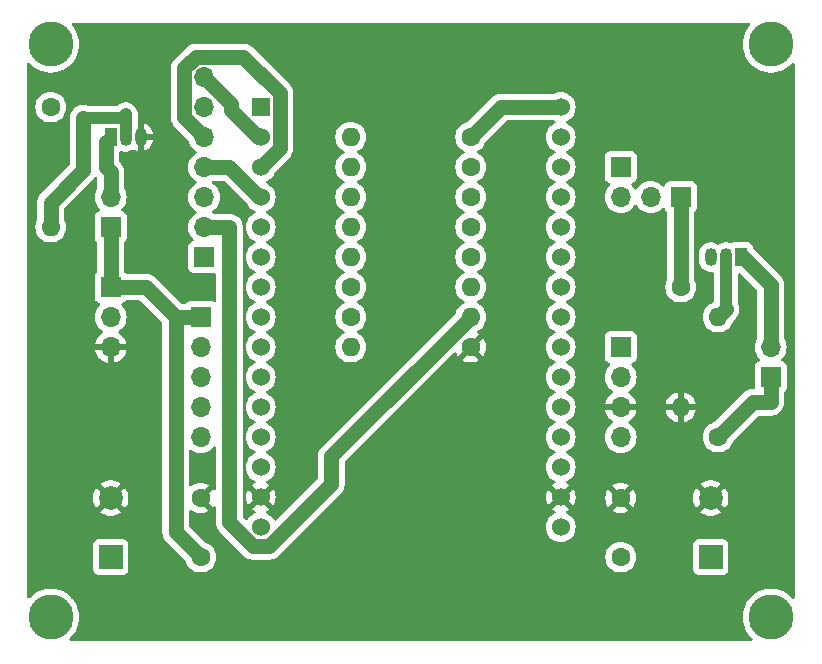
<source format=gbl>
G04 #@! TF.GenerationSoftware,KiCad,Pcbnew,8.0.7*
G04 #@! TF.CreationDate,2024-12-29T16:59:57+01:00*
G04 #@! TF.ProjectId,ESP32ScoringDeviceV1.1,45535033-3253-4636-9f72-696e67446576,1.1*
G04 #@! TF.SameCoordinates,Original*
G04 #@! TF.FileFunction,Copper,L2,Bot*
G04 #@! TF.FilePolarity,Positive*
%FSLAX46Y46*%
G04 Gerber Fmt 4.6, Leading zero omitted, Abs format (unit mm)*
G04 Created by KiCad (PCBNEW 8.0.7) date 2024-12-29 16:59:57*
%MOMM*%
%LPD*%
G01*
G04 APERTURE LIST*
G04 #@! TA.AperFunction,ComponentPad*
%ADD10C,2.600000*%
G04 #@! TD*
G04 #@! TA.AperFunction,ConnectorPad*
%ADD11C,3.800000*%
G04 #@! TD*
G04 #@! TA.AperFunction,ComponentPad*
%ADD12R,1.700000X1.700000*%
G04 #@! TD*
G04 #@! TA.AperFunction,ComponentPad*
%ADD13O,1.700000X1.700000*%
G04 #@! TD*
G04 #@! TA.AperFunction,ComponentPad*
%ADD14C,1.600000*%
G04 #@! TD*
G04 #@! TA.AperFunction,ComponentPad*
%ADD15R,1.524000X1.524000*%
G04 #@! TD*
G04 #@! TA.AperFunction,ComponentPad*
%ADD16C,1.524000*%
G04 #@! TD*
G04 #@! TA.AperFunction,ComponentPad*
%ADD17O,1.600000X1.600000*%
G04 #@! TD*
G04 #@! TA.AperFunction,ComponentPad*
%ADD18R,2.000000X2.000000*%
G04 #@! TD*
G04 #@! TA.AperFunction,ComponentPad*
%ADD19C,2.000000*%
G04 #@! TD*
G04 #@! TA.AperFunction,ComponentPad*
%ADD20R,1.050000X1.500000*%
G04 #@! TD*
G04 #@! TA.AperFunction,ComponentPad*
%ADD21O,1.050000X1.500000*%
G04 #@! TD*
G04 #@! TA.AperFunction,Conductor*
%ADD22C,1.270000*%
G04 #@! TD*
G04 #@! TA.AperFunction,Conductor*
%ADD23C,1.049800*%
G04 #@! TD*
G04 APERTURE END LIST*
D10*
X142280000Y-129540000D03*
D11*
X142280000Y-129540000D03*
D10*
X81280000Y-129540000D03*
D11*
X81280000Y-129540000D03*
D10*
X142280000Y-81040000D03*
D11*
X142280000Y-81040000D03*
D10*
X81280000Y-81040000D03*
D11*
X81280000Y-81040000D03*
D12*
X129540000Y-106680000D03*
D13*
X129540000Y-109220000D03*
X129540000Y-111760000D03*
X129540000Y-114300000D03*
D14*
X129540000Y-124460000D03*
X129540000Y-119460000D03*
D12*
X134620000Y-93980000D03*
D13*
X132080000Y-93980000D03*
D12*
X142240000Y-109220000D03*
D13*
X142240000Y-106680000D03*
D15*
X99060000Y-86360000D03*
D16*
X99060000Y-88900000D03*
X99060000Y-91440000D03*
X99060000Y-93980000D03*
X99060000Y-96520000D03*
X99060000Y-99060000D03*
X99060000Y-101600000D03*
X99060000Y-104140000D03*
X99060000Y-106680000D03*
X99060000Y-109220000D03*
X99060000Y-111760000D03*
X99060000Y-114300000D03*
X99060000Y-116840000D03*
X99060000Y-119380000D03*
X99060000Y-121920000D03*
X124460000Y-121920000D03*
X124460000Y-119380000D03*
X124460000Y-116840000D03*
X124460000Y-114300000D03*
X124460000Y-111760000D03*
X124460000Y-109220000D03*
X124460000Y-106680000D03*
X124460000Y-104140000D03*
X124460000Y-101600000D03*
X124460000Y-99060000D03*
X124460000Y-96520000D03*
X124460000Y-93980000D03*
X124460000Y-91440000D03*
X124460000Y-88900000D03*
X124460000Y-86360000D03*
D14*
X116840000Y-88900000D03*
D17*
X106680000Y-88900000D03*
D14*
X93980000Y-124460000D03*
X93980000Y-119460000D03*
D18*
X86360000Y-124460000D03*
D19*
X86360000Y-119460000D03*
D14*
X116840000Y-96520000D03*
D17*
X106680000Y-96520000D03*
D20*
X86360000Y-88900000D03*
D21*
X87630000Y-88900000D03*
X88900000Y-88900000D03*
D12*
X94280000Y-99065000D03*
D13*
X94280000Y-96525000D03*
X94280000Y-93985000D03*
X94280000Y-91445000D03*
X94280000Y-88905000D03*
X94280000Y-86365000D03*
X94280000Y-83825000D03*
D12*
X93980000Y-104140000D03*
D13*
X93980000Y-106680000D03*
X93980000Y-109220000D03*
X93980000Y-111760000D03*
X93980000Y-114300000D03*
D14*
X116840000Y-93980000D03*
D17*
X106680000Y-93980000D03*
D20*
X139700000Y-99060000D03*
D21*
X138430000Y-99060000D03*
X137160000Y-99060000D03*
D14*
X134620000Y-101600000D03*
D17*
X134620000Y-111760000D03*
D12*
X86360000Y-101600000D03*
D13*
X86360000Y-104140000D03*
X86360000Y-106680000D03*
D12*
X86360000Y-96520000D03*
D13*
X86360000Y-93980000D03*
D14*
X116840000Y-91440000D03*
D17*
X106680000Y-91440000D03*
D12*
X129540000Y-91440000D03*
D13*
X129540000Y-93980000D03*
D14*
X116840000Y-99060000D03*
D17*
X106680000Y-99060000D03*
D14*
X116840000Y-106680000D03*
D17*
X106680000Y-106680000D03*
D14*
X106680000Y-104140000D03*
D17*
X116840000Y-104140000D03*
D14*
X137780000Y-114300000D03*
D17*
X137780000Y-104140000D03*
D14*
X81280000Y-86360000D03*
D17*
X81280000Y-96520000D03*
D18*
X137160000Y-124460000D03*
D19*
X137160000Y-119460000D03*
D14*
X106680000Y-101600000D03*
D17*
X116840000Y-101600000D03*
D22*
X84015200Y-91714800D02*
X84015200Y-87314800D01*
X81280000Y-94450000D02*
X84015200Y-91714800D01*
D23*
X87305300Y-87314800D02*
X87630000Y-86990100D01*
X84015200Y-87314800D02*
X87305300Y-87314800D01*
X87630000Y-88900000D02*
X87630000Y-86990100D01*
D22*
X81280000Y-96520000D02*
X81280000Y-94450000D01*
D23*
X85920900Y-89339100D02*
X86360000Y-88900000D01*
D22*
X85920900Y-91420900D02*
X86360000Y-91860000D01*
X85920900Y-89339100D02*
X85920900Y-91420900D01*
X86360000Y-93980000D02*
X86360000Y-91860000D01*
X134620000Y-101600000D02*
X134620000Y-93980000D01*
X137785000Y-104140000D02*
X138430000Y-103495000D01*
X137780000Y-104140000D02*
X137785000Y-104140000D01*
D23*
X138430000Y-103495000D02*
X138430000Y-99060000D01*
X139900000Y-99060000D02*
X139700000Y-99060000D01*
D22*
X142240000Y-101400000D02*
X142240000Y-106680000D01*
X139900000Y-99060000D02*
X142240000Y-101400000D01*
X98864500Y-88900000D02*
X99060000Y-88900000D01*
X96552900Y-86588400D02*
X98864500Y-88900000D01*
X96552900Y-86097900D02*
X96552900Y-86588400D01*
X94280000Y-83825000D02*
X96552900Y-86097900D01*
X100675600Y-89824400D02*
X99060000Y-91440000D01*
X100675600Y-85208100D02*
X100675600Y-89824400D01*
X97586100Y-82118600D02*
X100675600Y-85208100D01*
X93545900Y-82118600D02*
X97586100Y-82118600D01*
X92581200Y-83083300D02*
X93545900Y-82118600D01*
X92581200Y-87206200D02*
X92581200Y-83083300D01*
X94280000Y-88905000D02*
X92581200Y-87206200D01*
X98935000Y-93980000D02*
X96400000Y-91445000D01*
X99060000Y-93980000D02*
X98935000Y-93980000D01*
X94280000Y-91445000D02*
X96400000Y-91445000D01*
X96400000Y-121522300D02*
X96400000Y-96525000D01*
X98421300Y-123543600D02*
X96400000Y-121522300D01*
X99761300Y-123543600D02*
X98421300Y-123543600D01*
X105044800Y-118260100D02*
X99761300Y-123543600D01*
X105044800Y-115935200D02*
X105044800Y-118260100D01*
X116840000Y-104140000D02*
X105044800Y-115935200D01*
X94280000Y-96525000D02*
X96400000Y-96525000D01*
X86360000Y-101600000D02*
X86360000Y-96520000D01*
X93980000Y-104140000D02*
X91860000Y-104140000D01*
X89320000Y-101600000D02*
X91860000Y-104140000D01*
X86360000Y-101600000D02*
X89320000Y-101600000D01*
X91860000Y-122340000D02*
X93980000Y-124460000D01*
X91860000Y-104140000D02*
X91860000Y-122340000D01*
X140740000Y-111340000D02*
X137780000Y-114300000D01*
X142240000Y-111340000D02*
X140740000Y-111340000D01*
X142240000Y-109220000D02*
X142240000Y-111340000D01*
X119380000Y-86360000D02*
X124460000Y-86360000D01*
X116840000Y-88900000D02*
X119380000Y-86360000D01*
G04 #@! TA.AperFunction,Conductor*
G36*
X95945338Y-92600185D02*
G01*
X95965980Y-92616819D01*
X97953963Y-94604803D01*
X97967857Y-94621361D01*
X98089170Y-94794615D01*
X98089175Y-94794621D01*
X98245378Y-94950824D01*
X98245384Y-94950829D01*
X98426333Y-95077531D01*
X98426335Y-95077532D01*
X98426338Y-95077534D01*
X98545748Y-95133215D01*
X98555189Y-95137618D01*
X98607628Y-95183790D01*
X98626780Y-95250984D01*
X98606564Y-95317865D01*
X98555189Y-95362382D01*
X98426340Y-95422465D01*
X98426338Y-95422466D01*
X98245377Y-95549175D01*
X98089175Y-95705377D01*
X97962466Y-95886338D01*
X97962465Y-95886340D01*
X97869107Y-96086548D01*
X97869104Y-96086554D01*
X97811930Y-96299929D01*
X97811929Y-96299937D01*
X97792677Y-96519997D01*
X97792677Y-96520002D01*
X97811929Y-96740062D01*
X97811930Y-96740070D01*
X97869104Y-96953445D01*
X97869105Y-96953447D01*
X97869106Y-96953450D01*
X97962466Y-97153662D01*
X97962468Y-97153666D01*
X98089170Y-97334615D01*
X98089175Y-97334621D01*
X98245378Y-97490824D01*
X98245384Y-97490829D01*
X98426333Y-97617531D01*
X98426335Y-97617532D01*
X98426338Y-97617534D01*
X98545748Y-97673215D01*
X98555189Y-97677618D01*
X98607628Y-97723790D01*
X98626780Y-97790984D01*
X98606564Y-97857865D01*
X98555189Y-97902382D01*
X98426340Y-97962465D01*
X98426338Y-97962466D01*
X98245377Y-98089175D01*
X98089175Y-98245377D01*
X97962466Y-98426338D01*
X97962465Y-98426340D01*
X97869107Y-98626548D01*
X97869104Y-98626554D01*
X97811930Y-98839929D01*
X97811929Y-98839937D01*
X97792677Y-99059997D01*
X97792677Y-99060002D01*
X97811929Y-99280062D01*
X97811930Y-99280070D01*
X97869104Y-99493445D01*
X97869105Y-99493447D01*
X97869106Y-99493450D01*
X97911389Y-99584127D01*
X97962466Y-99693662D01*
X97962468Y-99693666D01*
X98089170Y-99874615D01*
X98089175Y-99874621D01*
X98245378Y-100030824D01*
X98245384Y-100030829D01*
X98426333Y-100157531D01*
X98426335Y-100157532D01*
X98426338Y-100157534D01*
X98545748Y-100213215D01*
X98555189Y-100217618D01*
X98607628Y-100263790D01*
X98626780Y-100330984D01*
X98606564Y-100397865D01*
X98555189Y-100442382D01*
X98426340Y-100502465D01*
X98426338Y-100502466D01*
X98245377Y-100629175D01*
X98089175Y-100785377D01*
X97962466Y-100966338D01*
X97962465Y-100966340D01*
X97869107Y-101166548D01*
X97869104Y-101166554D01*
X97811930Y-101379929D01*
X97811929Y-101379937D01*
X97792677Y-101599997D01*
X97792677Y-101600002D01*
X97811929Y-101820062D01*
X97811930Y-101820070D01*
X97869104Y-102033445D01*
X97869105Y-102033447D01*
X97869106Y-102033450D01*
X97875190Y-102046497D01*
X97962466Y-102233662D01*
X97962468Y-102233666D01*
X98089170Y-102414615D01*
X98089175Y-102414621D01*
X98245378Y-102570824D01*
X98245384Y-102570829D01*
X98426333Y-102697531D01*
X98426335Y-102697532D01*
X98426338Y-102697534D01*
X98507757Y-102735500D01*
X98555189Y-102757618D01*
X98607628Y-102803790D01*
X98626780Y-102870984D01*
X98606564Y-102937865D01*
X98555189Y-102982382D01*
X98426340Y-103042465D01*
X98426338Y-103042466D01*
X98245377Y-103169175D01*
X98089175Y-103325377D01*
X97962466Y-103506338D01*
X97962465Y-103506340D01*
X97869107Y-103706548D01*
X97869104Y-103706554D01*
X97811930Y-103919929D01*
X97811929Y-103919937D01*
X97792677Y-104139997D01*
X97792677Y-104140002D01*
X97811929Y-104360062D01*
X97811930Y-104360070D01*
X97869104Y-104573445D01*
X97869105Y-104573447D01*
X97869106Y-104573450D01*
X97883195Y-104603664D01*
X97962466Y-104773662D01*
X97962468Y-104773666D01*
X98089170Y-104954615D01*
X98089175Y-104954621D01*
X98245378Y-105110824D01*
X98245384Y-105110829D01*
X98426333Y-105237531D01*
X98426335Y-105237532D01*
X98426338Y-105237534D01*
X98545748Y-105293215D01*
X98555189Y-105297618D01*
X98607628Y-105343790D01*
X98626780Y-105410984D01*
X98606564Y-105477865D01*
X98555189Y-105522382D01*
X98426340Y-105582465D01*
X98426338Y-105582466D01*
X98245377Y-105709175D01*
X98089175Y-105865377D01*
X97962466Y-106046338D01*
X97962465Y-106046340D01*
X97869107Y-106246548D01*
X97869104Y-106246554D01*
X97811930Y-106459929D01*
X97811929Y-106459937D01*
X97792677Y-106679997D01*
X97792677Y-106680002D01*
X97811929Y-106900062D01*
X97811930Y-106900070D01*
X97869104Y-107113445D01*
X97869105Y-107113447D01*
X97869106Y-107113450D01*
X97962466Y-107313662D01*
X97962468Y-107313666D01*
X98089170Y-107494615D01*
X98089175Y-107494621D01*
X98245378Y-107650824D01*
X98245384Y-107650829D01*
X98426333Y-107777531D01*
X98426335Y-107777532D01*
X98426338Y-107777534D01*
X98496245Y-107810132D01*
X98555189Y-107837618D01*
X98607628Y-107883790D01*
X98626780Y-107950984D01*
X98606564Y-108017865D01*
X98555189Y-108062382D01*
X98426340Y-108122465D01*
X98426338Y-108122466D01*
X98245377Y-108249175D01*
X98089175Y-108405377D01*
X97962466Y-108586338D01*
X97962465Y-108586340D01*
X97869107Y-108786548D01*
X97869104Y-108786554D01*
X97811930Y-108999929D01*
X97811929Y-108999937D01*
X97792677Y-109219997D01*
X97792677Y-109220002D01*
X97811929Y-109440062D01*
X97811930Y-109440070D01*
X97869104Y-109653445D01*
X97869105Y-109653447D01*
X97869106Y-109653450D01*
X97883195Y-109683664D01*
X97962466Y-109853662D01*
X97962468Y-109853666D01*
X98089170Y-110034615D01*
X98089175Y-110034621D01*
X98245378Y-110190824D01*
X98245384Y-110190829D01*
X98426333Y-110317531D01*
X98426335Y-110317532D01*
X98426338Y-110317534D01*
X98536350Y-110368833D01*
X98555189Y-110377618D01*
X98607628Y-110423790D01*
X98626780Y-110490984D01*
X98606564Y-110557865D01*
X98555189Y-110602382D01*
X98426340Y-110662465D01*
X98426338Y-110662466D01*
X98245377Y-110789175D01*
X98089175Y-110945377D01*
X97962466Y-111126338D01*
X97962465Y-111126340D01*
X97869107Y-111326548D01*
X97869104Y-111326554D01*
X97811930Y-111539929D01*
X97811929Y-111539937D01*
X97792677Y-111759997D01*
X97792677Y-111760002D01*
X97811929Y-111980062D01*
X97811930Y-111980070D01*
X97869104Y-112193445D01*
X97869105Y-112193447D01*
X97869106Y-112193450D01*
X97900139Y-112260000D01*
X97962466Y-112393662D01*
X97962468Y-112393666D01*
X98089170Y-112574615D01*
X98089175Y-112574621D01*
X98245378Y-112730824D01*
X98245384Y-112730829D01*
X98426333Y-112857531D01*
X98426335Y-112857532D01*
X98426338Y-112857534D01*
X98545748Y-112913215D01*
X98555189Y-112917618D01*
X98607628Y-112963790D01*
X98626780Y-113030984D01*
X98606564Y-113097865D01*
X98555189Y-113142382D01*
X98426340Y-113202465D01*
X98426338Y-113202466D01*
X98245377Y-113329175D01*
X98089175Y-113485377D01*
X97962466Y-113666338D01*
X97962465Y-113666340D01*
X97869107Y-113866548D01*
X97869104Y-113866554D01*
X97811930Y-114079929D01*
X97811929Y-114079937D01*
X97792677Y-114299997D01*
X97792677Y-114300002D01*
X97811929Y-114520062D01*
X97811930Y-114520070D01*
X97869104Y-114733445D01*
X97869105Y-114733447D01*
X97869106Y-114733450D01*
X97883195Y-114763664D01*
X97962466Y-114933662D01*
X97962468Y-114933666D01*
X98089170Y-115114615D01*
X98089175Y-115114621D01*
X98245378Y-115270824D01*
X98245384Y-115270829D01*
X98426333Y-115397531D01*
X98426335Y-115397532D01*
X98426338Y-115397534D01*
X98497178Y-115430567D01*
X98555189Y-115457618D01*
X98607628Y-115503790D01*
X98626780Y-115570984D01*
X98606564Y-115637865D01*
X98555189Y-115682382D01*
X98426340Y-115742465D01*
X98426338Y-115742466D01*
X98245377Y-115869175D01*
X98089175Y-116025377D01*
X97962466Y-116206338D01*
X97962465Y-116206340D01*
X97886514Y-116369219D01*
X97869578Y-116405539D01*
X97869107Y-116406548D01*
X97869104Y-116406554D01*
X97811930Y-116619929D01*
X97811929Y-116619937D01*
X97792677Y-116839997D01*
X97792677Y-116840002D01*
X97811929Y-117060062D01*
X97811930Y-117060070D01*
X97869104Y-117273445D01*
X97869105Y-117273447D01*
X97869106Y-117273450D01*
X97962466Y-117473662D01*
X97962468Y-117473666D01*
X98089170Y-117654615D01*
X98089175Y-117654621D01*
X98245378Y-117810824D01*
X98245384Y-117810829D01*
X98426333Y-117937531D01*
X98426335Y-117937532D01*
X98426338Y-117937534D01*
X98474517Y-117960000D01*
X98555781Y-117997894D01*
X98608220Y-118044066D01*
X98627372Y-118111260D01*
X98607156Y-118178141D01*
X98555781Y-118222658D01*
X98426590Y-118282901D01*
X98361811Y-118328258D01*
X99032554Y-118999000D01*
X99009840Y-118999000D01*
X98912939Y-119024964D01*
X98826060Y-119075124D01*
X98755124Y-119146060D01*
X98704964Y-119232939D01*
X98679000Y-119329840D01*
X98679000Y-119352553D01*
X98008258Y-118681811D01*
X97962901Y-118746590D01*
X97869579Y-118946720D01*
X97869575Y-118946729D01*
X97812426Y-119160013D01*
X97812424Y-119160023D01*
X97793179Y-119379999D01*
X97793179Y-119380000D01*
X97812424Y-119599976D01*
X97812426Y-119599986D01*
X97869575Y-119813270D01*
X97869580Y-119813284D01*
X97962898Y-120013405D01*
X97962901Y-120013411D01*
X98008258Y-120078187D01*
X98008258Y-120078188D01*
X98679000Y-119407446D01*
X98679000Y-119430160D01*
X98704964Y-119527061D01*
X98755124Y-119613940D01*
X98826060Y-119684876D01*
X98912939Y-119735036D01*
X99009840Y-119761000D01*
X99032553Y-119761000D01*
X98361810Y-120431740D01*
X98426589Y-120477098D01*
X98555781Y-120537342D01*
X98608220Y-120583514D01*
X98627372Y-120650708D01*
X98607156Y-120717589D01*
X98555781Y-120762106D01*
X98426340Y-120822465D01*
X98426338Y-120822466D01*
X98245377Y-120949175D01*
X98089175Y-121105377D01*
X97967913Y-121278560D01*
X97913337Y-121322185D01*
X97843838Y-121329379D01*
X97781483Y-121297856D01*
X97778657Y-121295118D01*
X97571819Y-121088280D01*
X97538334Y-121026957D01*
X97535500Y-121000599D01*
X97535500Y-96435634D01*
X97507540Y-96259103D01*
X97507539Y-96259099D01*
X97507539Y-96259098D01*
X97452310Y-96089121D01*
X97452308Y-96089118D01*
X97444353Y-96073504D01*
X97371167Y-95929868D01*
X97266111Y-95785272D01*
X97139728Y-95658889D01*
X96995132Y-95553833D01*
X96835881Y-95472691D01*
X96835878Y-95472689D01*
X96665899Y-95417460D01*
X96548209Y-95398820D01*
X96489366Y-95389500D01*
X96489365Y-95389500D01*
X95051960Y-95389500D01*
X94984921Y-95369815D01*
X94980862Y-95367092D01*
X94965840Y-95356573D01*
X94922216Y-95302000D01*
X94915022Y-95232501D01*
X94946544Y-95170146D01*
X94965837Y-95153428D01*
X95151401Y-95023495D01*
X95318495Y-94856401D01*
X95454035Y-94662830D01*
X95553903Y-94448663D01*
X95615063Y-94220408D01*
X95635659Y-93985000D01*
X95635221Y-93979999D01*
X95624274Y-93854868D01*
X95615063Y-93749592D01*
X95553903Y-93521337D01*
X95454035Y-93307171D01*
X95444924Y-93294158D01*
X95318494Y-93113597D01*
X95151402Y-92946506D01*
X95151401Y-92946505D01*
X95121190Y-92925351D01*
X94965839Y-92816573D01*
X94922216Y-92761997D01*
X94915023Y-92692498D01*
X94946545Y-92630144D01*
X94965832Y-92613431D01*
X94980844Y-92602920D01*
X95047050Y-92580597D01*
X95051960Y-92580500D01*
X95878299Y-92580500D01*
X95945338Y-92600185D01*
G37*
G04 #@! TD.AperFunction*
G04 #@! TA.AperFunction,Conductor*
G36*
X95225354Y-115122927D02*
G01*
X95260769Y-115183157D01*
X95264500Y-115213347D01*
X95264500Y-118634697D01*
X95244815Y-118701736D01*
X95192011Y-118747491D01*
X95122853Y-118757435D01*
X95075929Y-118736005D01*
X95059025Y-118734526D01*
X94380000Y-119413551D01*
X94380000Y-119407339D01*
X94352741Y-119305606D01*
X94300080Y-119214394D01*
X94225606Y-119139920D01*
X94134394Y-119087259D01*
X94032661Y-119060000D01*
X94026446Y-119060000D01*
X94705472Y-118380974D01*
X94632478Y-118329863D01*
X94426331Y-118233735D01*
X94426317Y-118233730D01*
X94206610Y-118174860D01*
X94206599Y-118174858D01*
X93980002Y-118155034D01*
X93979998Y-118155034D01*
X93753400Y-118174858D01*
X93753389Y-118174860D01*
X93533682Y-118233730D01*
X93533673Y-118233734D01*
X93327517Y-118329866D01*
X93190624Y-118425720D01*
X93124417Y-118448047D01*
X93056650Y-118431037D01*
X93008837Y-118380089D01*
X92995500Y-118324145D01*
X92995500Y-115497504D01*
X93015185Y-115430465D01*
X93067989Y-115384710D01*
X93137147Y-115374766D01*
X93190622Y-115395928D01*
X93302170Y-115474035D01*
X93516337Y-115573903D01*
X93744592Y-115635063D01*
X93905101Y-115649106D01*
X93979999Y-115655659D01*
X93980000Y-115655659D01*
X93980001Y-115655659D01*
X94054899Y-115649106D01*
X94215408Y-115635063D01*
X94443663Y-115573903D01*
X94657830Y-115474035D01*
X94851401Y-115338495D01*
X95018495Y-115171401D01*
X95038925Y-115142224D01*
X95093501Y-115098599D01*
X95163000Y-115091405D01*
X95225354Y-115122927D01*
G37*
G04 #@! TD.AperFunction*
G04 #@! TA.AperFunction,Conductor*
G36*
X140456746Y-79260185D02*
G01*
X140502501Y-79312989D01*
X140512445Y-79382147D01*
X140485250Y-79443541D01*
X140334116Y-79626229D01*
X140334113Y-79626233D01*
X140172268Y-79881261D01*
X140172265Y-79881267D01*
X140043661Y-80154563D01*
X140043659Y-80154568D01*
X139950320Y-80441835D01*
X139893719Y-80738546D01*
X139893718Y-80738553D01*
X139874754Y-81039994D01*
X139874754Y-81040005D01*
X139893718Y-81341446D01*
X139893719Y-81341453D01*
X139950320Y-81638164D01*
X140043659Y-81925431D01*
X140043661Y-81925436D01*
X140172265Y-82198732D01*
X140172268Y-82198738D01*
X140334111Y-82453763D01*
X140334114Y-82453767D01*
X140334115Y-82453768D01*
X140526649Y-82686502D01*
X140526652Y-82686505D01*
X140746836Y-82893272D01*
X140746846Y-82893280D01*
X140991193Y-83070808D01*
X140991198Y-83070810D01*
X140991205Y-83070816D01*
X141255896Y-83216332D01*
X141255901Y-83216334D01*
X141255903Y-83216335D01*
X141255904Y-83216336D01*
X141536734Y-83327524D01*
X141536737Y-83327525D01*
X141586657Y-83340342D01*
X141829302Y-83402642D01*
X141976039Y-83421179D01*
X142128963Y-83440499D01*
X142128969Y-83440499D01*
X142128973Y-83440500D01*
X142128975Y-83440500D01*
X142431025Y-83440500D01*
X142431027Y-83440500D01*
X142431032Y-83440499D01*
X142431036Y-83440499D01*
X142510591Y-83430448D01*
X142730698Y-83402642D01*
X143023262Y-83327525D01*
X143023265Y-83327524D01*
X143304095Y-83216336D01*
X143304096Y-83216335D01*
X143304094Y-83216335D01*
X143304104Y-83216332D01*
X143568795Y-83070816D01*
X143813162Y-82893274D01*
X144033349Y-82686504D01*
X144059957Y-82654340D01*
X144117856Y-82615234D01*
X144187708Y-82613638D01*
X144247333Y-82650059D01*
X144277803Y-82712935D01*
X144279500Y-82733382D01*
X144279500Y-127846617D01*
X144259815Y-127913656D01*
X144207011Y-127959411D01*
X144137853Y-127969355D01*
X144074297Y-127940330D01*
X144059957Y-127925659D01*
X144033348Y-127893495D01*
X143813163Y-127686727D01*
X143813153Y-127686719D01*
X143568806Y-127509191D01*
X143568799Y-127509186D01*
X143568795Y-127509184D01*
X143304104Y-127363668D01*
X143304101Y-127363666D01*
X143304096Y-127363664D01*
X143304095Y-127363663D01*
X143023265Y-127252475D01*
X143023262Y-127252474D01*
X142730695Y-127177357D01*
X142431036Y-127139500D01*
X142431027Y-127139500D01*
X142128973Y-127139500D01*
X142128963Y-127139500D01*
X141829304Y-127177357D01*
X141536737Y-127252474D01*
X141536734Y-127252475D01*
X141255904Y-127363663D01*
X141255903Y-127363664D01*
X140991205Y-127509184D01*
X140991193Y-127509191D01*
X140746846Y-127686719D01*
X140746836Y-127686727D01*
X140526652Y-127893494D01*
X140334111Y-128126236D01*
X140172268Y-128381261D01*
X140172265Y-128381267D01*
X140043661Y-128654563D01*
X140043659Y-128654568D01*
X139950320Y-128941835D01*
X139893719Y-129238546D01*
X139893718Y-129238553D01*
X139874754Y-129539994D01*
X139874754Y-129540005D01*
X139893718Y-129841446D01*
X139893719Y-129841453D01*
X139950320Y-130138164D01*
X140043659Y-130425431D01*
X140043661Y-130425436D01*
X140172265Y-130698732D01*
X140172268Y-130698738D01*
X140334111Y-130953763D01*
X140526652Y-131186505D01*
X140674781Y-131325608D01*
X140710176Y-131385849D01*
X140707382Y-131455663D01*
X140667289Y-131512884D01*
X140602623Y-131539345D01*
X140589897Y-131540000D01*
X82970103Y-131540000D01*
X82903064Y-131520315D01*
X82857309Y-131467511D01*
X82847365Y-131398353D01*
X82876390Y-131334797D01*
X82885219Y-131325608D01*
X82916778Y-131295971D01*
X83033349Y-131186504D01*
X83225885Y-130953768D01*
X83387733Y-130698736D01*
X83516341Y-130425430D01*
X83609681Y-130138160D01*
X83666280Y-129841457D01*
X83685246Y-129540000D01*
X83666280Y-129238543D01*
X83609681Y-128941840D01*
X83516341Y-128654570D01*
X83387733Y-128381264D01*
X83359828Y-128337293D01*
X83225888Y-128126236D01*
X83096105Y-127969355D01*
X83033349Y-127893496D01*
X82813162Y-127686726D01*
X82813159Y-127686724D01*
X82813153Y-127686719D01*
X82568806Y-127509191D01*
X82568799Y-127509186D01*
X82568795Y-127509184D01*
X82304104Y-127363668D01*
X82304101Y-127363666D01*
X82304096Y-127363664D01*
X82304095Y-127363663D01*
X82023265Y-127252475D01*
X82023262Y-127252474D01*
X81730695Y-127177357D01*
X81431036Y-127139500D01*
X81431027Y-127139500D01*
X81128973Y-127139500D01*
X81128963Y-127139500D01*
X80829304Y-127177357D01*
X80536737Y-127252474D01*
X80536734Y-127252475D01*
X80255904Y-127363663D01*
X80255903Y-127363664D01*
X79991205Y-127509184D01*
X79991193Y-127509191D01*
X79746846Y-127686719D01*
X79746836Y-127686727D01*
X79526649Y-127893497D01*
X79526647Y-127893499D01*
X79499543Y-127926263D01*
X79441643Y-127965370D01*
X79371792Y-127966966D01*
X79312166Y-127930544D01*
X79281697Y-127867668D01*
X79280000Y-127847222D01*
X79280000Y-123412135D01*
X84859500Y-123412135D01*
X84859500Y-125507870D01*
X84859501Y-125507876D01*
X84865908Y-125567483D01*
X84916202Y-125702328D01*
X84916206Y-125702335D01*
X85002452Y-125817544D01*
X85002455Y-125817547D01*
X85117664Y-125903793D01*
X85117671Y-125903797D01*
X85252517Y-125954091D01*
X85252516Y-125954091D01*
X85259444Y-125954835D01*
X85312127Y-125960500D01*
X87407872Y-125960499D01*
X87467483Y-125954091D01*
X87602331Y-125903796D01*
X87717546Y-125817546D01*
X87803796Y-125702331D01*
X87854091Y-125567483D01*
X87860500Y-125507873D01*
X87860499Y-123412128D01*
X87854091Y-123352517D01*
X87845480Y-123329431D01*
X87803797Y-123217671D01*
X87803793Y-123217664D01*
X87717547Y-123102455D01*
X87717544Y-123102452D01*
X87602335Y-123016206D01*
X87602328Y-123016202D01*
X87467482Y-122965908D01*
X87467483Y-122965908D01*
X87407883Y-122959501D01*
X87407881Y-122959500D01*
X87407873Y-122959500D01*
X87407864Y-122959500D01*
X85312129Y-122959500D01*
X85312123Y-122959501D01*
X85252516Y-122965908D01*
X85117671Y-123016202D01*
X85117664Y-123016206D01*
X85002455Y-123102452D01*
X85002452Y-123102455D01*
X84916206Y-123217664D01*
X84916202Y-123217671D01*
X84865908Y-123352517D01*
X84859501Y-123412116D01*
X84859501Y-123412123D01*
X84859500Y-123412135D01*
X79280000Y-123412135D01*
X79280000Y-119459994D01*
X84854859Y-119459994D01*
X84854859Y-119460005D01*
X84875385Y-119707729D01*
X84875387Y-119707738D01*
X84936412Y-119948717D01*
X85036267Y-120176367D01*
X85136562Y-120329881D01*
X85877037Y-119589408D01*
X85894075Y-119652993D01*
X85959901Y-119767007D01*
X86052993Y-119860099D01*
X86167007Y-119925925D01*
X86230591Y-119942962D01*
X85489943Y-120683609D01*
X85536768Y-120720055D01*
X85536771Y-120720057D01*
X85755385Y-120838364D01*
X85755396Y-120838369D01*
X85990506Y-120919083D01*
X86235707Y-120960000D01*
X86484293Y-120960000D01*
X86729493Y-120919083D01*
X86964603Y-120838369D01*
X86964614Y-120838364D01*
X87183230Y-120720056D01*
X87183236Y-120720051D01*
X87230055Y-120683610D01*
X87230056Y-120683609D01*
X86489408Y-119942962D01*
X86552993Y-119925925D01*
X86667007Y-119860099D01*
X86760099Y-119767007D01*
X86825925Y-119652993D01*
X86842962Y-119589408D01*
X87583435Y-120329882D01*
X87683733Y-120176364D01*
X87783587Y-119948717D01*
X87844612Y-119707738D01*
X87844614Y-119707729D01*
X87865141Y-119460005D01*
X87865141Y-119459994D01*
X87844614Y-119212270D01*
X87844612Y-119212261D01*
X87783587Y-118971282D01*
X87683732Y-118743632D01*
X87583435Y-118590116D01*
X86842962Y-119330590D01*
X86825925Y-119267007D01*
X86760099Y-119152993D01*
X86667007Y-119059901D01*
X86552993Y-118994075D01*
X86489409Y-118977037D01*
X87230055Y-118236389D01*
X87230055Y-118236388D01*
X87183236Y-118199947D01*
X87183231Y-118199944D01*
X86964614Y-118081635D01*
X86964603Y-118081630D01*
X86729493Y-118000916D01*
X86484293Y-117960000D01*
X86235707Y-117960000D01*
X85990506Y-118000916D01*
X85755396Y-118081630D01*
X85755385Y-118081635D01*
X85536770Y-118199943D01*
X85489943Y-118236389D01*
X86230591Y-118977037D01*
X86167007Y-118994075D01*
X86052993Y-119059901D01*
X85959901Y-119152993D01*
X85894075Y-119267007D01*
X85877037Y-119330591D01*
X85136563Y-118590117D01*
X85036267Y-118743633D01*
X85036265Y-118743637D01*
X84936412Y-118971282D01*
X84875387Y-119212261D01*
X84875385Y-119212270D01*
X84854859Y-119459994D01*
X79280000Y-119459994D01*
X79280000Y-96519998D01*
X79974532Y-96519998D01*
X79974532Y-96520001D01*
X79994364Y-96746686D01*
X79994366Y-96746697D01*
X80053258Y-96966488D01*
X80053261Y-96966497D01*
X80149431Y-97172732D01*
X80149432Y-97172734D01*
X80279954Y-97359141D01*
X80440858Y-97520045D01*
X80440861Y-97520047D01*
X80627266Y-97650568D01*
X80833504Y-97746739D01*
X81053308Y-97805635D01*
X81215230Y-97819801D01*
X81279998Y-97825468D01*
X81280000Y-97825468D01*
X81280002Y-97825468D01*
X81336673Y-97820509D01*
X81506692Y-97805635D01*
X81726496Y-97746739D01*
X81932734Y-97650568D01*
X82119139Y-97520047D01*
X82280047Y-97359139D01*
X82410568Y-97172734D01*
X82506739Y-96966496D01*
X82565635Y-96746692D01*
X82585468Y-96520000D01*
X82565635Y-96293308D01*
X82506739Y-96073504D01*
X82427118Y-95902756D01*
X82415500Y-95850351D01*
X82415500Y-94971701D01*
X82435185Y-94904662D01*
X82451819Y-94884020D01*
X83625570Y-93710269D01*
X84881311Y-92454528D01*
X84912815Y-92411167D01*
X84986367Y-92309932D01*
X84986374Y-92309917D01*
X84986900Y-92309061D01*
X84987191Y-92308797D01*
X84989231Y-92305990D01*
X84989820Y-92306418D01*
X85038706Y-92262179D01*
X85107634Y-92250747D01*
X85171800Y-92278396D01*
X85180317Y-92286156D01*
X85188181Y-92294020D01*
X85221666Y-92355343D01*
X85224500Y-92381701D01*
X85224500Y-93208040D01*
X85204815Y-93275079D01*
X85202076Y-93279161D01*
X85185967Y-93302169D01*
X85185963Y-93302174D01*
X85086098Y-93516335D01*
X85086094Y-93516344D01*
X85024938Y-93744586D01*
X85024936Y-93744596D01*
X85004341Y-93979999D01*
X85004341Y-93980000D01*
X85024936Y-94215403D01*
X85024938Y-94215413D01*
X85086094Y-94443655D01*
X85086096Y-94443659D01*
X85086097Y-94443663D01*
X85090000Y-94452032D01*
X85185965Y-94657830D01*
X85185967Y-94657834D01*
X85281743Y-94794615D01*
X85321501Y-94851396D01*
X85321506Y-94851402D01*
X85443430Y-94973326D01*
X85476915Y-95034649D01*
X85471931Y-95104341D01*
X85430059Y-95160274D01*
X85399083Y-95177189D01*
X85267669Y-95226203D01*
X85267664Y-95226206D01*
X85152455Y-95312452D01*
X85152452Y-95312455D01*
X85066206Y-95427664D01*
X85066202Y-95427671D01*
X85015908Y-95562517D01*
X85009501Y-95622116D01*
X85009501Y-95622123D01*
X85009500Y-95622135D01*
X85009500Y-97417870D01*
X85009501Y-97417876D01*
X85015908Y-97477483D01*
X85066202Y-97612328D01*
X85066203Y-97612329D01*
X85066204Y-97612331D01*
X85152454Y-97727546D01*
X85174810Y-97744281D01*
X85216681Y-97800213D01*
X85224500Y-97843548D01*
X85224500Y-100276450D01*
X85204815Y-100343489D01*
X85174812Y-100375716D01*
X85152457Y-100392450D01*
X85152451Y-100392457D01*
X85066206Y-100507664D01*
X85066202Y-100507671D01*
X85015908Y-100642517D01*
X85009501Y-100702116D01*
X85009500Y-100702127D01*
X85009500Y-102497870D01*
X85009501Y-102497876D01*
X85015908Y-102557483D01*
X85066202Y-102692328D01*
X85066206Y-102692335D01*
X85152452Y-102807544D01*
X85152455Y-102807547D01*
X85267664Y-102893793D01*
X85267671Y-102893797D01*
X85399081Y-102942810D01*
X85455015Y-102984681D01*
X85479432Y-103050145D01*
X85464580Y-103118418D01*
X85443430Y-103146673D01*
X85321503Y-103268600D01*
X85185965Y-103462169D01*
X85185964Y-103462171D01*
X85086098Y-103676335D01*
X85086094Y-103676344D01*
X85024938Y-103904586D01*
X85024936Y-103904596D01*
X85004341Y-104139999D01*
X85004341Y-104140000D01*
X85024936Y-104375403D01*
X85024938Y-104375413D01*
X85086094Y-104603655D01*
X85086096Y-104603659D01*
X85086097Y-104603663D01*
X85100870Y-104635343D01*
X85185965Y-104817830D01*
X85185967Y-104817834D01*
X85321501Y-105011395D01*
X85321506Y-105011402D01*
X85488597Y-105178493D01*
X85488603Y-105178498D01*
X85674594Y-105308730D01*
X85718219Y-105363307D01*
X85725413Y-105432805D01*
X85693890Y-105495160D01*
X85674595Y-105511880D01*
X85488922Y-105641890D01*
X85488920Y-105641891D01*
X85321891Y-105808920D01*
X85321886Y-105808926D01*
X85186400Y-106002420D01*
X85186399Y-106002422D01*
X85086570Y-106216507D01*
X85086567Y-106216513D01*
X85029364Y-106429999D01*
X85029364Y-106430000D01*
X85926988Y-106430000D01*
X85894075Y-106487007D01*
X85860000Y-106614174D01*
X85860000Y-106745826D01*
X85894075Y-106872993D01*
X85926988Y-106930000D01*
X85029364Y-106930000D01*
X85086567Y-107143486D01*
X85086570Y-107143492D01*
X85186399Y-107357578D01*
X85321894Y-107551082D01*
X85488917Y-107718105D01*
X85682421Y-107853600D01*
X85896507Y-107953429D01*
X85896516Y-107953433D01*
X86110000Y-108010634D01*
X86110000Y-107113012D01*
X86167007Y-107145925D01*
X86294174Y-107180000D01*
X86425826Y-107180000D01*
X86552993Y-107145925D01*
X86610000Y-107113012D01*
X86610000Y-108010633D01*
X86823483Y-107953433D01*
X86823492Y-107953429D01*
X87037578Y-107853600D01*
X87231082Y-107718105D01*
X87398105Y-107551082D01*
X87533600Y-107357578D01*
X87633429Y-107143492D01*
X87633432Y-107143486D01*
X87690636Y-106930000D01*
X86793012Y-106930000D01*
X86825925Y-106872993D01*
X86860000Y-106745826D01*
X86860000Y-106614174D01*
X86825925Y-106487007D01*
X86793012Y-106430000D01*
X87690636Y-106430000D01*
X87690635Y-106429999D01*
X87633432Y-106216513D01*
X87633429Y-106216507D01*
X87533600Y-106002422D01*
X87533599Y-106002420D01*
X87398113Y-105808926D01*
X87398108Y-105808920D01*
X87231078Y-105641890D01*
X87045405Y-105511879D01*
X87001780Y-105457302D01*
X86994588Y-105387804D01*
X87026110Y-105325449D01*
X87045406Y-105308730D01*
X87099907Y-105270568D01*
X87231401Y-105178495D01*
X87398495Y-105011401D01*
X87534035Y-104817830D01*
X87633903Y-104603663D01*
X87695063Y-104375408D01*
X87715659Y-104140000D01*
X87695063Y-103904592D01*
X87642000Y-103706554D01*
X87633905Y-103676344D01*
X87633904Y-103676343D01*
X87633903Y-103676337D01*
X87534035Y-103462171D01*
X87438253Y-103325380D01*
X87398496Y-103268600D01*
X87358999Y-103229103D01*
X87276567Y-103146671D01*
X87243084Y-103085351D01*
X87248068Y-103015659D01*
X87289939Y-102959725D01*
X87320915Y-102942810D01*
X87452331Y-102893796D01*
X87567546Y-102807546D01*
X87572364Y-102801111D01*
X87584282Y-102785190D01*
X87640215Y-102743318D01*
X87683549Y-102735500D01*
X88798299Y-102735500D01*
X88865338Y-102755185D01*
X88885980Y-102771819D01*
X90688181Y-104574020D01*
X90721666Y-104635343D01*
X90724500Y-104661701D01*
X90724500Y-122429370D01*
X90752458Y-122605893D01*
X90794146Y-122734194D01*
X90807688Y-122775875D01*
X90807691Y-122775881D01*
X90888833Y-122935132D01*
X90947736Y-123016204D01*
X90993886Y-123079724D01*
X90993891Y-123079730D01*
X92705097Y-124790936D01*
X92737190Y-124846521D01*
X92753261Y-124906496D01*
X92849431Y-125112732D01*
X92849432Y-125112734D01*
X92979954Y-125299141D01*
X93140858Y-125460045D01*
X93140861Y-125460047D01*
X93327266Y-125590568D01*
X93533504Y-125686739D01*
X93753308Y-125745635D01*
X93915230Y-125759801D01*
X93979998Y-125765468D01*
X93980000Y-125765468D01*
X93980002Y-125765468D01*
X94036673Y-125760509D01*
X94206692Y-125745635D01*
X94426496Y-125686739D01*
X94632734Y-125590568D01*
X94819139Y-125460047D01*
X94980047Y-125299139D01*
X95110568Y-125112734D01*
X95206739Y-124906496D01*
X95265635Y-124686692D01*
X95285468Y-124460000D01*
X95265635Y-124233308D01*
X95206739Y-124013504D01*
X95110568Y-123807266D01*
X94980047Y-123620861D01*
X94980045Y-123620858D01*
X94819141Y-123459954D01*
X94632734Y-123329432D01*
X94632732Y-123329431D01*
X94426496Y-123233261D01*
X94366521Y-123217190D01*
X94310936Y-123185097D01*
X93031819Y-121905980D01*
X92998334Y-121844657D01*
X92995500Y-121818299D01*
X92995500Y-120595854D01*
X93015185Y-120528815D01*
X93067989Y-120483060D01*
X93137147Y-120473116D01*
X93190624Y-120494280D01*
X93327510Y-120590129D01*
X93327516Y-120590133D01*
X93533673Y-120686265D01*
X93533682Y-120686269D01*
X93753389Y-120745139D01*
X93753400Y-120745141D01*
X93979998Y-120764966D01*
X93980002Y-120764966D01*
X94206599Y-120745141D01*
X94206610Y-120745139D01*
X94426317Y-120686269D01*
X94426331Y-120686264D01*
X94632478Y-120590136D01*
X94705471Y-120539024D01*
X94026447Y-119860000D01*
X94032661Y-119860000D01*
X94134394Y-119832741D01*
X94225606Y-119780080D01*
X94300080Y-119705606D01*
X94352741Y-119614394D01*
X94380000Y-119512661D01*
X94380000Y-119506447D01*
X95059025Y-120185472D01*
X95076777Y-120183919D01*
X95093501Y-120170551D01*
X95162999Y-120163357D01*
X95225354Y-120194879D01*
X95260769Y-120255109D01*
X95264500Y-120285299D01*
X95264500Y-121611670D01*
X95292458Y-121788193D01*
X95334146Y-121916494D01*
X95347688Y-121958175D01*
X95347691Y-121958181D01*
X95428833Y-122117432D01*
X95525611Y-122250634D01*
X95525610Y-122250634D01*
X95533886Y-122262025D01*
X95533892Y-122262032D01*
X96601292Y-123329431D01*
X97555189Y-124283328D01*
X97681572Y-124409711D01*
X97750790Y-124460001D01*
X97826169Y-124514768D01*
X97909008Y-124556975D01*
X97985419Y-124595909D01*
X98027102Y-124609451D01*
X98027104Y-124609453D01*
X98027105Y-124609453D01*
X98059180Y-124619875D01*
X98155403Y-124651141D01*
X98231059Y-124663123D01*
X98331930Y-124679100D01*
X98331934Y-124679100D01*
X99850670Y-124679100D01*
X99929124Y-124666673D01*
X100027197Y-124651141D01*
X100155493Y-124609453D01*
X100197181Y-124595909D01*
X100356432Y-124514767D01*
X100431814Y-124459998D01*
X128234532Y-124459998D01*
X128234532Y-124460001D01*
X128254364Y-124686686D01*
X128254366Y-124686697D01*
X128313258Y-124906488D01*
X128313261Y-124906497D01*
X128409431Y-125112732D01*
X128409432Y-125112734D01*
X128539954Y-125299141D01*
X128700858Y-125460045D01*
X128700861Y-125460047D01*
X128887266Y-125590568D01*
X129093504Y-125686739D01*
X129313308Y-125745635D01*
X129475230Y-125759801D01*
X129539998Y-125765468D01*
X129540000Y-125765468D01*
X129540002Y-125765468D01*
X129596673Y-125760509D01*
X129766692Y-125745635D01*
X129986496Y-125686739D01*
X130192734Y-125590568D01*
X130379139Y-125460047D01*
X130540047Y-125299139D01*
X130670568Y-125112734D01*
X130766739Y-124906496D01*
X130825635Y-124686692D01*
X130845468Y-124460000D01*
X130825635Y-124233308D01*
X130766739Y-124013504D01*
X130670568Y-123807266D01*
X130540047Y-123620861D01*
X130540045Y-123620858D01*
X130379141Y-123459954D01*
X130310848Y-123412135D01*
X135659500Y-123412135D01*
X135659500Y-125507870D01*
X135659501Y-125507876D01*
X135665908Y-125567483D01*
X135716202Y-125702328D01*
X135716206Y-125702335D01*
X135802452Y-125817544D01*
X135802455Y-125817547D01*
X135917664Y-125903793D01*
X135917671Y-125903797D01*
X136052517Y-125954091D01*
X136052516Y-125954091D01*
X136059444Y-125954835D01*
X136112127Y-125960500D01*
X138207872Y-125960499D01*
X138267483Y-125954091D01*
X138402331Y-125903796D01*
X138517546Y-125817546D01*
X138603796Y-125702331D01*
X138654091Y-125567483D01*
X138660500Y-125507873D01*
X138660499Y-123412128D01*
X138654091Y-123352517D01*
X138645480Y-123329431D01*
X138603797Y-123217671D01*
X138603793Y-123217664D01*
X138517547Y-123102455D01*
X138517544Y-123102452D01*
X138402335Y-123016206D01*
X138402328Y-123016202D01*
X138267482Y-122965908D01*
X138267483Y-122965908D01*
X138207883Y-122959501D01*
X138207881Y-122959500D01*
X138207873Y-122959500D01*
X138207864Y-122959500D01*
X136112129Y-122959500D01*
X136112123Y-122959501D01*
X136052516Y-122965908D01*
X135917671Y-123016202D01*
X135917664Y-123016206D01*
X135802455Y-123102452D01*
X135802452Y-123102455D01*
X135716206Y-123217664D01*
X135716202Y-123217671D01*
X135665908Y-123352517D01*
X135659501Y-123412116D01*
X135659501Y-123412123D01*
X135659500Y-123412135D01*
X130310848Y-123412135D01*
X130192734Y-123329432D01*
X130192732Y-123329431D01*
X129986497Y-123233261D01*
X129986488Y-123233258D01*
X129766697Y-123174366D01*
X129766693Y-123174365D01*
X129766692Y-123174365D01*
X129766691Y-123174364D01*
X129766686Y-123174364D01*
X129540002Y-123154532D01*
X129539998Y-123154532D01*
X129313313Y-123174364D01*
X129313302Y-123174366D01*
X129093511Y-123233258D01*
X129093502Y-123233261D01*
X128887267Y-123329431D01*
X128887265Y-123329432D01*
X128700858Y-123459954D01*
X128539954Y-123620858D01*
X128409432Y-123807265D01*
X128409431Y-123807267D01*
X128313261Y-124013502D01*
X128313258Y-124013511D01*
X128254366Y-124233302D01*
X128254364Y-124233313D01*
X128234532Y-124459998D01*
X100431814Y-124459998D01*
X100501028Y-124409711D01*
X100627411Y-124283328D01*
X100685970Y-124224769D01*
X100685983Y-124224754D01*
X105910911Y-118999829D01*
X105955119Y-118938981D01*
X106015967Y-118855232D01*
X106097109Y-118695981D01*
X106152340Y-118525997D01*
X106180300Y-118349466D01*
X106180300Y-116456900D01*
X106199985Y-116389861D01*
X106216614Y-116369224D01*
X115439470Y-107146367D01*
X115500789Y-107112885D01*
X115570481Y-107117869D01*
X115626414Y-107159741D01*
X115639529Y-107181646D01*
X115709864Y-107332480D01*
X115760974Y-107405472D01*
X116440000Y-106726446D01*
X116440000Y-106732661D01*
X116467259Y-106834394D01*
X116519920Y-106925606D01*
X116594394Y-107000080D01*
X116685606Y-107052741D01*
X116787339Y-107080000D01*
X116793553Y-107080000D01*
X116114526Y-107759025D01*
X116187513Y-107810132D01*
X116187521Y-107810136D01*
X116393668Y-107906264D01*
X116393682Y-107906269D01*
X116613389Y-107965139D01*
X116613400Y-107965141D01*
X116839998Y-107984966D01*
X116840002Y-107984966D01*
X117066599Y-107965141D01*
X117066610Y-107965139D01*
X117286317Y-107906269D01*
X117286331Y-107906264D01*
X117492478Y-107810136D01*
X117565471Y-107759024D01*
X116886447Y-107080000D01*
X116892661Y-107080000D01*
X116994394Y-107052741D01*
X117085606Y-107000080D01*
X117160080Y-106925606D01*
X117212741Y-106834394D01*
X117240000Y-106732661D01*
X117240000Y-106726447D01*
X117919024Y-107405471D01*
X117970136Y-107332478D01*
X118066264Y-107126331D01*
X118066269Y-107126317D01*
X118125139Y-106906610D01*
X118125141Y-106906599D01*
X118144966Y-106680002D01*
X118144966Y-106679997D01*
X118125141Y-106453400D01*
X118125139Y-106453389D01*
X118066269Y-106233682D01*
X118066264Y-106233668D01*
X117970136Y-106027521D01*
X117970132Y-106027513D01*
X117919025Y-105954526D01*
X117240000Y-106633551D01*
X117240000Y-106627339D01*
X117212741Y-106525606D01*
X117160080Y-106434394D01*
X117085606Y-106359920D01*
X116994394Y-106307259D01*
X116892661Y-106280000D01*
X116886446Y-106280000D01*
X117565472Y-105600974D01*
X117492480Y-105549864D01*
X117434134Y-105522657D01*
X117381695Y-105476484D01*
X117362543Y-105409291D01*
X117382759Y-105342410D01*
X117434134Y-105297893D01*
X117492734Y-105270568D01*
X117679139Y-105140047D01*
X117840047Y-104979139D01*
X117970568Y-104792734D01*
X118066739Y-104586496D01*
X118125635Y-104366692D01*
X118145468Y-104140000D01*
X118125635Y-103913308D01*
X118066739Y-103693504D01*
X117970568Y-103487266D01*
X117840047Y-103300861D01*
X117840045Y-103300858D01*
X117679141Y-103139954D01*
X117492734Y-103009432D01*
X117492728Y-103009429D01*
X117439943Y-102984815D01*
X117434724Y-102982381D01*
X117382285Y-102936210D01*
X117363133Y-102869017D01*
X117383348Y-102802135D01*
X117434725Y-102757618D01*
X117492734Y-102730568D01*
X117679139Y-102600047D01*
X117840047Y-102439139D01*
X117970568Y-102252734D01*
X118066739Y-102046496D01*
X118125635Y-101826692D01*
X118145468Y-101600000D01*
X118125635Y-101373308D01*
X118066739Y-101153504D01*
X117970568Y-100947266D01*
X117840047Y-100760861D01*
X117840045Y-100760858D01*
X117679141Y-100599954D01*
X117492734Y-100469432D01*
X117492728Y-100469429D01*
X117434725Y-100442382D01*
X117382285Y-100396210D01*
X117363133Y-100329017D01*
X117383348Y-100262135D01*
X117434725Y-100217618D01*
X117492734Y-100190568D01*
X117679139Y-100060047D01*
X117840047Y-99899139D01*
X117970568Y-99712734D01*
X118066739Y-99506496D01*
X118125635Y-99286692D01*
X118145468Y-99060000D01*
X118125635Y-98833308D01*
X118066739Y-98613504D01*
X117970568Y-98407266D01*
X117840047Y-98220861D01*
X117840045Y-98220858D01*
X117679141Y-98059954D01*
X117492734Y-97929432D01*
X117492728Y-97929429D01*
X117434725Y-97902382D01*
X117382285Y-97856210D01*
X117363133Y-97789017D01*
X117383348Y-97722135D01*
X117434725Y-97677618D01*
X117492734Y-97650568D01*
X117679139Y-97520047D01*
X117840047Y-97359139D01*
X117970568Y-97172734D01*
X118066739Y-96966496D01*
X118125635Y-96746692D01*
X118145468Y-96520000D01*
X118125635Y-96293308D01*
X118066739Y-96073504D01*
X117970568Y-95867266D01*
X117840047Y-95680861D01*
X117840045Y-95680858D01*
X117679141Y-95519954D01*
X117492734Y-95389432D01*
X117492728Y-95389429D01*
X117450665Y-95369815D01*
X117434724Y-95362381D01*
X117382285Y-95316210D01*
X117363133Y-95249017D01*
X117383348Y-95182135D01*
X117434725Y-95137618D01*
X117492734Y-95110568D01*
X117679139Y-94980047D01*
X117840047Y-94819139D01*
X117970568Y-94632734D01*
X118066739Y-94426496D01*
X118125635Y-94206692D01*
X118145468Y-93980000D01*
X118125635Y-93753308D01*
X118066739Y-93533504D01*
X117970568Y-93327266D01*
X117840047Y-93140861D01*
X117840045Y-93140858D01*
X117679141Y-92979954D01*
X117492734Y-92849432D01*
X117492728Y-92849429D01*
X117465038Y-92836517D01*
X117434724Y-92822381D01*
X117382285Y-92776210D01*
X117363133Y-92709017D01*
X117383348Y-92642135D01*
X117434725Y-92597618D01*
X117492734Y-92570568D01*
X117679139Y-92440047D01*
X117840047Y-92279139D01*
X117970568Y-92092734D01*
X118066739Y-91886496D01*
X118125635Y-91666692D01*
X118145468Y-91440000D01*
X118125635Y-91213308D01*
X118066739Y-90993504D01*
X117970568Y-90787266D01*
X117840047Y-90600861D01*
X117840045Y-90600858D01*
X117679141Y-90439954D01*
X117492734Y-90309432D01*
X117492728Y-90309429D01*
X117450665Y-90289815D01*
X117434724Y-90282381D01*
X117382285Y-90236210D01*
X117363133Y-90169017D01*
X117383348Y-90102135D01*
X117434725Y-90057618D01*
X117492734Y-90030568D01*
X117679139Y-89900047D01*
X117840047Y-89739139D01*
X117970568Y-89552734D01*
X118066739Y-89346496D01*
X118082808Y-89286521D01*
X118114899Y-89230938D01*
X119814021Y-87531819D01*
X119875344Y-87498334D01*
X119901702Y-87495500D01*
X123880267Y-87495500D01*
X123932672Y-87507118D01*
X123955189Y-87517618D01*
X124007628Y-87563791D01*
X124026780Y-87630984D01*
X124006564Y-87697865D01*
X123955189Y-87742382D01*
X123826340Y-87802465D01*
X123826338Y-87802466D01*
X123645377Y-87929175D01*
X123489175Y-88085377D01*
X123362466Y-88266338D01*
X123362465Y-88266340D01*
X123269107Y-88466548D01*
X123269104Y-88466554D01*
X123211930Y-88679929D01*
X123211929Y-88679937D01*
X123192677Y-88899997D01*
X123192677Y-88900002D01*
X123211929Y-89120062D01*
X123211930Y-89120070D01*
X123269104Y-89333445D01*
X123269105Y-89333447D01*
X123269106Y-89333450D01*
X123311318Y-89423974D01*
X123362466Y-89533662D01*
X123362468Y-89533666D01*
X123489170Y-89714615D01*
X123489175Y-89714621D01*
X123645378Y-89870824D01*
X123645384Y-89870829D01*
X123826333Y-89997531D01*
X123826335Y-89997532D01*
X123826338Y-89997534D01*
X123940250Y-90050652D01*
X123955189Y-90057618D01*
X124007628Y-90103790D01*
X124026780Y-90170984D01*
X124006564Y-90237865D01*
X123955189Y-90282382D01*
X123826340Y-90342465D01*
X123826338Y-90342466D01*
X123645377Y-90469175D01*
X123489175Y-90625377D01*
X123362466Y-90806338D01*
X123362465Y-90806340D01*
X123269107Y-91006548D01*
X123269104Y-91006554D01*
X123211930Y-91219929D01*
X123211929Y-91219937D01*
X123192677Y-91439997D01*
X123192677Y-91440002D01*
X123211929Y-91660062D01*
X123211930Y-91660070D01*
X123269104Y-91873445D01*
X123269105Y-91873447D01*
X123269106Y-91873450D01*
X123362464Y-92073658D01*
X123362466Y-92073662D01*
X123362468Y-92073666D01*
X123489170Y-92254615D01*
X123489175Y-92254621D01*
X123645378Y-92410824D01*
X123645384Y-92410829D01*
X123826333Y-92537531D01*
X123826335Y-92537532D01*
X123826338Y-92537534D01*
X123945748Y-92593215D01*
X123955189Y-92597618D01*
X124007628Y-92643790D01*
X124026780Y-92710984D01*
X124006564Y-92777865D01*
X123955189Y-92822382D01*
X123826340Y-92882465D01*
X123826338Y-92882466D01*
X123645377Y-93009175D01*
X123489175Y-93165377D01*
X123362466Y-93346338D01*
X123362465Y-93346340D01*
X123269107Y-93546548D01*
X123269104Y-93546554D01*
X123211930Y-93759929D01*
X123211929Y-93759937D01*
X123192677Y-93979997D01*
X123192677Y-93980002D01*
X123211929Y-94200062D01*
X123211930Y-94200070D01*
X123269104Y-94413445D01*
X123269105Y-94413447D01*
X123269106Y-94413450D01*
X123287097Y-94452032D01*
X123362466Y-94613662D01*
X123362468Y-94613666D01*
X123489170Y-94794615D01*
X123489175Y-94794621D01*
X123645378Y-94950824D01*
X123645384Y-94950829D01*
X123826333Y-95077531D01*
X123826335Y-95077532D01*
X123826338Y-95077534D01*
X123945748Y-95133215D01*
X123955189Y-95137618D01*
X124007628Y-95183790D01*
X124026780Y-95250984D01*
X124006564Y-95317865D01*
X123955189Y-95362382D01*
X123826340Y-95422465D01*
X123826338Y-95422466D01*
X123645377Y-95549175D01*
X123489175Y-95705377D01*
X123362466Y-95886338D01*
X123362465Y-95886340D01*
X123269107Y-96086548D01*
X123269104Y-96086554D01*
X123211930Y-96299929D01*
X123211929Y-96299937D01*
X123192677Y-96519997D01*
X123192677Y-96520002D01*
X123211929Y-96740062D01*
X123211930Y-96740070D01*
X123269104Y-96953445D01*
X123269105Y-96953447D01*
X123269106Y-96953450D01*
X123362466Y-97153662D01*
X123362468Y-97153666D01*
X123489170Y-97334615D01*
X123489175Y-97334621D01*
X123645378Y-97490824D01*
X123645384Y-97490829D01*
X123826333Y-97617531D01*
X123826335Y-97617532D01*
X123826338Y-97617534D01*
X123945748Y-97673215D01*
X123955189Y-97677618D01*
X124007628Y-97723790D01*
X124026780Y-97790984D01*
X124006564Y-97857865D01*
X123955189Y-97902382D01*
X123826340Y-97962465D01*
X123826338Y-97962466D01*
X123645377Y-98089175D01*
X123489175Y-98245377D01*
X123362466Y-98426338D01*
X123362465Y-98426340D01*
X123269107Y-98626548D01*
X123269104Y-98626554D01*
X123211930Y-98839929D01*
X123211929Y-98839937D01*
X123192677Y-99059997D01*
X123192677Y-99060002D01*
X123211929Y-99280062D01*
X123211930Y-99280070D01*
X123269104Y-99493445D01*
X123269105Y-99493447D01*
X123269106Y-99493450D01*
X123311389Y-99584127D01*
X123362466Y-99693662D01*
X123362468Y-99693666D01*
X123489170Y-99874615D01*
X123489175Y-99874621D01*
X123645378Y-100030824D01*
X123645384Y-100030829D01*
X123826333Y-100157531D01*
X123826335Y-100157532D01*
X123826338Y-100157534D01*
X123945748Y-100213215D01*
X123955189Y-100217618D01*
X124007628Y-100263790D01*
X124026780Y-100330984D01*
X124006564Y-100397865D01*
X123955189Y-100442382D01*
X123826340Y-100502465D01*
X123826338Y-100502466D01*
X123645377Y-100629175D01*
X123489175Y-100785377D01*
X123362466Y-100966338D01*
X123362465Y-100966340D01*
X123269107Y-101166548D01*
X123269104Y-101166554D01*
X123211930Y-101379929D01*
X123211929Y-101379937D01*
X123192677Y-101599997D01*
X123192677Y-101600002D01*
X123211929Y-101820062D01*
X123211930Y-101820070D01*
X123269104Y-102033445D01*
X123269105Y-102033447D01*
X123269106Y-102033450D01*
X123275190Y-102046497D01*
X123362466Y-102233662D01*
X123362468Y-102233666D01*
X123489170Y-102414615D01*
X123489175Y-102414621D01*
X123645378Y-102570824D01*
X123645384Y-102570829D01*
X123826333Y-102697531D01*
X123826335Y-102697532D01*
X123826338Y-102697534D01*
X123907757Y-102735500D01*
X123955189Y-102757618D01*
X124007628Y-102803790D01*
X124026780Y-102870984D01*
X124006564Y-102937865D01*
X123955189Y-102982382D01*
X123826340Y-103042465D01*
X123826338Y-103042466D01*
X123645377Y-103169175D01*
X123489175Y-103325377D01*
X123362466Y-103506338D01*
X123362465Y-103506340D01*
X123269107Y-103706548D01*
X123269104Y-103706554D01*
X123211930Y-103919929D01*
X123211929Y-103919937D01*
X123192677Y-104139997D01*
X123192677Y-104140002D01*
X123211929Y-104360062D01*
X123211930Y-104360070D01*
X123269104Y-104573445D01*
X123269105Y-104573447D01*
X123269106Y-104573450D01*
X123283195Y-104603664D01*
X123362466Y-104773662D01*
X123362468Y-104773666D01*
X123489170Y-104954615D01*
X123489175Y-104954621D01*
X123645378Y-105110824D01*
X123645384Y-105110829D01*
X123826333Y-105237531D01*
X123826335Y-105237532D01*
X123826338Y-105237534D01*
X123945748Y-105293215D01*
X123955189Y-105297618D01*
X124007628Y-105343790D01*
X124026780Y-105410984D01*
X124006564Y-105477865D01*
X123955189Y-105522382D01*
X123826340Y-105582465D01*
X123826338Y-105582466D01*
X123645377Y-105709175D01*
X123489175Y-105865377D01*
X123362466Y-106046338D01*
X123362465Y-106046340D01*
X123269107Y-106246548D01*
X123269104Y-106246554D01*
X123211930Y-106459929D01*
X123211929Y-106459937D01*
X123192677Y-106679997D01*
X123192677Y-106680002D01*
X123211929Y-106900062D01*
X123211930Y-106900070D01*
X123269104Y-107113445D01*
X123269105Y-107113447D01*
X123269106Y-107113450D01*
X123362466Y-107313662D01*
X123362468Y-107313666D01*
X123489170Y-107494615D01*
X123489175Y-107494621D01*
X123645378Y-107650824D01*
X123645384Y-107650829D01*
X123826333Y-107777531D01*
X123826335Y-107777532D01*
X123826338Y-107777534D01*
X123896245Y-107810132D01*
X123955189Y-107837618D01*
X124007628Y-107883790D01*
X124026780Y-107950984D01*
X124006564Y-108017865D01*
X123955189Y-108062382D01*
X123826340Y-108122465D01*
X123826338Y-108122466D01*
X123645377Y-108249175D01*
X123489175Y-108405377D01*
X123362466Y-108586338D01*
X123362465Y-108586340D01*
X123269107Y-108786548D01*
X123269104Y-108786554D01*
X123211930Y-108999929D01*
X123211929Y-108999937D01*
X123192677Y-109219997D01*
X123192677Y-109220002D01*
X123211929Y-109440062D01*
X123211930Y-109440070D01*
X123269104Y-109653445D01*
X123269105Y-109653447D01*
X123269106Y-109653450D01*
X123283195Y-109683664D01*
X123362466Y-109853662D01*
X123362468Y-109853666D01*
X123489170Y-110034615D01*
X123489175Y-110034621D01*
X123645378Y-110190824D01*
X123645384Y-110190829D01*
X123826333Y-110317531D01*
X123826335Y-110317532D01*
X123826338Y-110317534D01*
X123936350Y-110368833D01*
X123955189Y-110377618D01*
X124007628Y-110423790D01*
X124026780Y-110490984D01*
X124006564Y-110557865D01*
X123955189Y-110602382D01*
X123826340Y-110662465D01*
X123826338Y-110662466D01*
X123645377Y-110789175D01*
X123489175Y-110945377D01*
X123362466Y-111126338D01*
X123362465Y-111126340D01*
X123269107Y-111326548D01*
X123269104Y-111326554D01*
X123211930Y-111539929D01*
X123211929Y-111539937D01*
X123192677Y-111759997D01*
X123192677Y-111760002D01*
X123211929Y-111980062D01*
X123211930Y-111980070D01*
X123269104Y-112193445D01*
X123269105Y-112193447D01*
X123269106Y-112193450D01*
X123300139Y-112260000D01*
X123362466Y-112393662D01*
X123362468Y-112393666D01*
X123489170Y-112574615D01*
X123489175Y-112574621D01*
X123645378Y-112730824D01*
X123645384Y-112730829D01*
X123826333Y-112857531D01*
X123826335Y-112857532D01*
X123826338Y-112857534D01*
X123945748Y-112913215D01*
X123955189Y-112917618D01*
X124007628Y-112963790D01*
X124026780Y-113030984D01*
X124006564Y-113097865D01*
X123955189Y-113142382D01*
X123826340Y-113202465D01*
X123826338Y-113202466D01*
X123645377Y-113329175D01*
X123489175Y-113485377D01*
X123362466Y-113666338D01*
X123362465Y-113666340D01*
X123269107Y-113866548D01*
X123269104Y-113866554D01*
X123211930Y-114079929D01*
X123211929Y-114079937D01*
X123192677Y-114299997D01*
X123192677Y-114300002D01*
X123211929Y-114520062D01*
X123211930Y-114520070D01*
X123269104Y-114733445D01*
X123269105Y-114733447D01*
X123269106Y-114733450D01*
X123283195Y-114763664D01*
X123362466Y-114933662D01*
X123362468Y-114933666D01*
X123489170Y-115114615D01*
X123489175Y-115114621D01*
X123645378Y-115270824D01*
X123645384Y-115270829D01*
X123826333Y-115397531D01*
X123826335Y-115397532D01*
X123826338Y-115397534D01*
X123897178Y-115430567D01*
X123955189Y-115457618D01*
X124007628Y-115503790D01*
X124026780Y-115570984D01*
X124006564Y-115637865D01*
X123955189Y-115682382D01*
X123826340Y-115742465D01*
X123826338Y-115742466D01*
X123645377Y-115869175D01*
X123489175Y-116025377D01*
X123362466Y-116206338D01*
X123362465Y-116206340D01*
X123286514Y-116369219D01*
X123269578Y-116405539D01*
X123269107Y-116406548D01*
X123269104Y-116406554D01*
X123211930Y-116619929D01*
X123211929Y-116619937D01*
X123192677Y-116839997D01*
X123192677Y-116840002D01*
X123211929Y-117060062D01*
X123211930Y-117060070D01*
X123269104Y-117273445D01*
X123269105Y-117273447D01*
X123269106Y-117273450D01*
X123362466Y-117473662D01*
X123362468Y-117473666D01*
X123489170Y-117654615D01*
X123489175Y-117654621D01*
X123645378Y-117810824D01*
X123645384Y-117810829D01*
X123826333Y-117937531D01*
X123826335Y-117937532D01*
X123826338Y-117937534D01*
X123874517Y-117960000D01*
X123955781Y-117997894D01*
X124008220Y-118044066D01*
X124027372Y-118111260D01*
X124007156Y-118178141D01*
X123955781Y-118222658D01*
X123826590Y-118282901D01*
X123761811Y-118328258D01*
X124432554Y-118999000D01*
X124409840Y-118999000D01*
X124312939Y-119024964D01*
X124226060Y-119075124D01*
X124155124Y-119146060D01*
X124104964Y-119232939D01*
X124079000Y-119329840D01*
X124079000Y-119352553D01*
X123408258Y-118681811D01*
X123362901Y-118746590D01*
X123269579Y-118946720D01*
X123269575Y-118946729D01*
X123212426Y-119160013D01*
X123212424Y-119160023D01*
X123193179Y-119379999D01*
X123193179Y-119380000D01*
X123212424Y-119599976D01*
X123212426Y-119599986D01*
X123269575Y-119813270D01*
X123269580Y-119813284D01*
X123362898Y-120013405D01*
X123362901Y-120013411D01*
X123408258Y-120078187D01*
X123408258Y-120078188D01*
X124079000Y-119407446D01*
X124079000Y-119430160D01*
X124104964Y-119527061D01*
X124155124Y-119613940D01*
X124226060Y-119684876D01*
X124312939Y-119735036D01*
X124409840Y-119761000D01*
X124432553Y-119761000D01*
X123761810Y-120431740D01*
X123826589Y-120477098D01*
X123955781Y-120537342D01*
X124008220Y-120583514D01*
X124027372Y-120650708D01*
X124007156Y-120717589D01*
X123955781Y-120762106D01*
X123826340Y-120822465D01*
X123826338Y-120822466D01*
X123645377Y-120949175D01*
X123489175Y-121105377D01*
X123362466Y-121286338D01*
X123362465Y-121286340D01*
X123269107Y-121486548D01*
X123269104Y-121486554D01*
X123211930Y-121699929D01*
X123211929Y-121699937D01*
X123192677Y-121919997D01*
X123192677Y-121920002D01*
X123211929Y-122140062D01*
X123211930Y-122140070D01*
X123269104Y-122353445D01*
X123269105Y-122353447D01*
X123269106Y-122353450D01*
X123304506Y-122429366D01*
X123362466Y-122553662D01*
X123362468Y-122553666D01*
X123489170Y-122734615D01*
X123489175Y-122734621D01*
X123645378Y-122890824D01*
X123645384Y-122890829D01*
X123826333Y-123017531D01*
X123826335Y-123017532D01*
X123826338Y-123017534D01*
X124026550Y-123110894D01*
X124239932Y-123168070D01*
X124397123Y-123181822D01*
X124459998Y-123187323D01*
X124460000Y-123187323D01*
X124460002Y-123187323D01*
X124515017Y-123182509D01*
X124680068Y-123168070D01*
X124893450Y-123110894D01*
X125093662Y-123017534D01*
X125274620Y-122890826D01*
X125430826Y-122734620D01*
X125557534Y-122553662D01*
X125650894Y-122353450D01*
X125708070Y-122140068D01*
X125727323Y-121920000D01*
X125727016Y-121916494D01*
X125720103Y-121837474D01*
X125708070Y-121699932D01*
X125650894Y-121486550D01*
X125557534Y-121286339D01*
X125430826Y-121105380D01*
X125274620Y-120949174D01*
X125274616Y-120949171D01*
X125274615Y-120949170D01*
X125093666Y-120822468D01*
X125093662Y-120822466D01*
X124964218Y-120762105D01*
X124911779Y-120715932D01*
X124892627Y-120648739D01*
X124912843Y-120581858D01*
X124964219Y-120537340D01*
X125093416Y-120477095D01*
X125093417Y-120477094D01*
X125158188Y-120431741D01*
X124487448Y-119761000D01*
X124510160Y-119761000D01*
X124607061Y-119735036D01*
X124693940Y-119684876D01*
X124764876Y-119613940D01*
X124815036Y-119527061D01*
X124841000Y-119430160D01*
X124841000Y-119407447D01*
X125511741Y-120078188D01*
X125557094Y-120013417D01*
X125557100Y-120013407D01*
X125650419Y-119813284D01*
X125650424Y-119813270D01*
X125707573Y-119599986D01*
X125707575Y-119599976D01*
X125719822Y-119459997D01*
X128235034Y-119459997D01*
X128235034Y-119460002D01*
X128254858Y-119686599D01*
X128254860Y-119686610D01*
X128313730Y-119906317D01*
X128313735Y-119906331D01*
X128409863Y-120112478D01*
X128460974Y-120185472D01*
X129140000Y-119506446D01*
X129140000Y-119512661D01*
X129167259Y-119614394D01*
X129219920Y-119705606D01*
X129294394Y-119780080D01*
X129385606Y-119832741D01*
X129487339Y-119860000D01*
X129493553Y-119860000D01*
X128814526Y-120539025D01*
X128887513Y-120590132D01*
X128887521Y-120590136D01*
X129093668Y-120686264D01*
X129093682Y-120686269D01*
X129313389Y-120745139D01*
X129313400Y-120745141D01*
X129539998Y-120764966D01*
X129540002Y-120764966D01*
X129766599Y-120745141D01*
X129766610Y-120745139D01*
X129986317Y-120686269D01*
X129986331Y-120686264D01*
X130192478Y-120590136D01*
X130265471Y-120539024D01*
X129586447Y-119860000D01*
X129592661Y-119860000D01*
X129694394Y-119832741D01*
X129785606Y-119780080D01*
X129860080Y-119705606D01*
X129912741Y-119614394D01*
X129940000Y-119512661D01*
X129940000Y-119506447D01*
X130619024Y-120185471D01*
X130670136Y-120112478D01*
X130766264Y-119906331D01*
X130766269Y-119906317D01*
X130825139Y-119686610D01*
X130825141Y-119686599D01*
X130844966Y-119460002D01*
X130844966Y-119459997D01*
X130844966Y-119459994D01*
X135654859Y-119459994D01*
X135654859Y-119460005D01*
X135675385Y-119707729D01*
X135675387Y-119707738D01*
X135736412Y-119948717D01*
X135836267Y-120176367D01*
X135936562Y-120329881D01*
X136677037Y-119589408D01*
X136694075Y-119652993D01*
X136759901Y-119767007D01*
X136852993Y-119860099D01*
X136967007Y-119925925D01*
X137030591Y-119942962D01*
X136289943Y-120683609D01*
X136336768Y-120720055D01*
X136336771Y-120720057D01*
X136555385Y-120838364D01*
X136555396Y-120838369D01*
X136790506Y-120919083D01*
X137035707Y-120960000D01*
X137284293Y-120960000D01*
X137529493Y-120919083D01*
X137764603Y-120838369D01*
X137764614Y-120838364D01*
X137983230Y-120720056D01*
X137983236Y-120720051D01*
X138030055Y-120683610D01*
X138030056Y-120683609D01*
X137289408Y-119942962D01*
X137352993Y-119925925D01*
X137467007Y-119860099D01*
X137560099Y-119767007D01*
X137625925Y-119652993D01*
X137642962Y-119589408D01*
X138383435Y-120329882D01*
X138483733Y-120176364D01*
X138583587Y-119948717D01*
X138644612Y-119707738D01*
X138644614Y-119707729D01*
X138665141Y-119460005D01*
X138665141Y-119459994D01*
X138644614Y-119212270D01*
X138644612Y-119212261D01*
X138583587Y-118971282D01*
X138483732Y-118743632D01*
X138383435Y-118590116D01*
X137642962Y-119330590D01*
X137625925Y-119267007D01*
X137560099Y-119152993D01*
X137467007Y-119059901D01*
X137352993Y-118994075D01*
X137289409Y-118977037D01*
X138030055Y-118236389D01*
X138030055Y-118236388D01*
X137983236Y-118199947D01*
X137983231Y-118199944D01*
X137764614Y-118081635D01*
X137764603Y-118081630D01*
X137529493Y-118000916D01*
X137284293Y-117960000D01*
X137035707Y-117960000D01*
X136790506Y-118000916D01*
X136555396Y-118081630D01*
X136555385Y-118081635D01*
X136336770Y-118199943D01*
X136289943Y-118236389D01*
X137030591Y-118977037D01*
X136967007Y-118994075D01*
X136852993Y-119059901D01*
X136759901Y-119152993D01*
X136694075Y-119267007D01*
X136677037Y-119330591D01*
X135936563Y-118590117D01*
X135836267Y-118743633D01*
X135836265Y-118743637D01*
X135736412Y-118971282D01*
X135675387Y-119212261D01*
X135675385Y-119212270D01*
X135654859Y-119459994D01*
X130844966Y-119459994D01*
X130825141Y-119233400D01*
X130825139Y-119233389D01*
X130766269Y-119013682D01*
X130766264Y-119013668D01*
X130670136Y-118807521D01*
X130670132Y-118807513D01*
X130619025Y-118734526D01*
X129940000Y-119413551D01*
X129940000Y-119407339D01*
X129912741Y-119305606D01*
X129860080Y-119214394D01*
X129785606Y-119139920D01*
X129694394Y-119087259D01*
X129592661Y-119060000D01*
X129586445Y-119060000D01*
X130265472Y-118380974D01*
X130192478Y-118329863D01*
X129986331Y-118233735D01*
X129986317Y-118233730D01*
X129766610Y-118174860D01*
X129766599Y-118174858D01*
X129540002Y-118155034D01*
X129539998Y-118155034D01*
X129313400Y-118174858D01*
X129313389Y-118174860D01*
X129093682Y-118233730D01*
X129093673Y-118233734D01*
X128887516Y-118329866D01*
X128887512Y-118329868D01*
X128814526Y-118380973D01*
X128814526Y-118380974D01*
X129493553Y-119060000D01*
X129487339Y-119060000D01*
X129385606Y-119087259D01*
X129294394Y-119139920D01*
X129219920Y-119214394D01*
X129167259Y-119305606D01*
X129140000Y-119407339D01*
X129140000Y-119413552D01*
X128460974Y-118734526D01*
X128460973Y-118734526D01*
X128409868Y-118807512D01*
X128409866Y-118807516D01*
X128313734Y-119013673D01*
X128313730Y-119013682D01*
X128254860Y-119233389D01*
X128254858Y-119233400D01*
X128235034Y-119459997D01*
X125719822Y-119459997D01*
X125726821Y-119380000D01*
X125726821Y-119379999D01*
X125707575Y-119160023D01*
X125707573Y-119160013D01*
X125650424Y-118946729D01*
X125650420Y-118946720D01*
X125557096Y-118746586D01*
X125511741Y-118681811D01*
X125511740Y-118681810D01*
X124841000Y-119352551D01*
X124841000Y-119329840D01*
X124815036Y-119232939D01*
X124764876Y-119146060D01*
X124693940Y-119075124D01*
X124607061Y-119024964D01*
X124510160Y-118999000D01*
X124487447Y-118999000D01*
X125158188Y-118328258D01*
X125093411Y-118282901D01*
X125093405Y-118282898D01*
X124964219Y-118222658D01*
X124911779Y-118176486D01*
X124892627Y-118109293D01*
X124912843Y-118042411D01*
X124964219Y-117997894D01*
X125093662Y-117937534D01*
X125274620Y-117810826D01*
X125430826Y-117654620D01*
X125557534Y-117473662D01*
X125650894Y-117273450D01*
X125708070Y-117060068D01*
X125727323Y-116840000D01*
X125708070Y-116619932D01*
X125650894Y-116406550D01*
X125557534Y-116206339D01*
X125430826Y-116025380D01*
X125274620Y-115869174D01*
X125274616Y-115869171D01*
X125274615Y-115869170D01*
X125093666Y-115742468D01*
X125093658Y-115742464D01*
X124964811Y-115682382D01*
X124912371Y-115636210D01*
X124893219Y-115569017D01*
X124913435Y-115502135D01*
X124964811Y-115457618D01*
X124970802Y-115454824D01*
X125093662Y-115397534D01*
X125274620Y-115270826D01*
X125430826Y-115114620D01*
X125557534Y-114933662D01*
X125650894Y-114733450D01*
X125708070Y-114520068D01*
X125727323Y-114300000D01*
X125708070Y-114079932D01*
X125650894Y-113866550D01*
X125557534Y-113666339D01*
X125430826Y-113485380D01*
X125274620Y-113329174D01*
X125274616Y-113329171D01*
X125274615Y-113329170D01*
X125093666Y-113202468D01*
X125093658Y-113202464D01*
X124964811Y-113142382D01*
X124912371Y-113096210D01*
X124893219Y-113029017D01*
X124913435Y-112962135D01*
X124964811Y-112917618D01*
X124970802Y-112914824D01*
X125093662Y-112857534D01*
X125274620Y-112730826D01*
X125430826Y-112574620D01*
X125557534Y-112393662D01*
X125650894Y-112193450D01*
X125708070Y-111980068D01*
X125727323Y-111760000D01*
X125708070Y-111539932D01*
X125650894Y-111326550D01*
X125557534Y-111126339D01*
X125430826Y-110945380D01*
X125274620Y-110789174D01*
X125274616Y-110789171D01*
X125274615Y-110789170D01*
X125093666Y-110662468D01*
X125093658Y-110662464D01*
X124964811Y-110602382D01*
X124912371Y-110556210D01*
X124893219Y-110489017D01*
X124913435Y-110422135D01*
X124964811Y-110377618D01*
X124983650Y-110368833D01*
X125093662Y-110317534D01*
X125274620Y-110190826D01*
X125430826Y-110034620D01*
X125557534Y-109853662D01*
X125650894Y-109653450D01*
X125708070Y-109440068D01*
X125727323Y-109220000D01*
X125727323Y-109219999D01*
X128184341Y-109219999D01*
X128184341Y-109220000D01*
X128204936Y-109455403D01*
X128204938Y-109455413D01*
X128266094Y-109683655D01*
X128266096Y-109683659D01*
X128266097Y-109683663D01*
X128345369Y-109853662D01*
X128365965Y-109897830D01*
X128365967Y-109897834D01*
X128445491Y-110011405D01*
X128501501Y-110091396D01*
X128501506Y-110091402D01*
X128668597Y-110258493D01*
X128668603Y-110258498D01*
X128854594Y-110388730D01*
X128898219Y-110443307D01*
X128905413Y-110512805D01*
X128873890Y-110575160D01*
X128854595Y-110591880D01*
X128668922Y-110721890D01*
X128668920Y-110721891D01*
X128501891Y-110888920D01*
X128501886Y-110888926D01*
X128366400Y-111082420D01*
X128366399Y-111082422D01*
X128266570Y-111296507D01*
X128266567Y-111296513D01*
X128209364Y-111509999D01*
X128209364Y-111510000D01*
X129106988Y-111510000D01*
X129074075Y-111567007D01*
X129040000Y-111694174D01*
X129040000Y-111825826D01*
X129074075Y-111952993D01*
X129106988Y-112010000D01*
X128209364Y-112010000D01*
X128266567Y-112223486D01*
X128266570Y-112223492D01*
X128366399Y-112437578D01*
X128501894Y-112631082D01*
X128668917Y-112798105D01*
X128854595Y-112928119D01*
X128898219Y-112982696D01*
X128905412Y-113052195D01*
X128873890Y-113114549D01*
X128854595Y-113131269D01*
X128668594Y-113261508D01*
X128501505Y-113428597D01*
X128365965Y-113622169D01*
X128365964Y-113622171D01*
X128266098Y-113836335D01*
X128266094Y-113836344D01*
X128204938Y-114064586D01*
X128204936Y-114064596D01*
X128184341Y-114299999D01*
X128184341Y-114300000D01*
X128204936Y-114535403D01*
X128204938Y-114535413D01*
X128266094Y-114763655D01*
X128266096Y-114763659D01*
X128266097Y-114763663D01*
X128345369Y-114933662D01*
X128365965Y-114977830D01*
X128365967Y-114977834D01*
X128429865Y-115069089D01*
X128501505Y-115171401D01*
X128668599Y-115338495D01*
X128734601Y-115384710D01*
X128862165Y-115474032D01*
X128862167Y-115474033D01*
X128862170Y-115474035D01*
X129076337Y-115573903D01*
X129304592Y-115635063D01*
X129465101Y-115649106D01*
X129539999Y-115655659D01*
X129540000Y-115655659D01*
X129540001Y-115655659D01*
X129614899Y-115649106D01*
X129775408Y-115635063D01*
X130003663Y-115573903D01*
X130217830Y-115474035D01*
X130411401Y-115338495D01*
X130578495Y-115171401D01*
X130714035Y-114977830D01*
X130813903Y-114763663D01*
X130875063Y-114535408D01*
X130895659Y-114300000D01*
X130875063Y-114064592D01*
X130822000Y-113866554D01*
X130813905Y-113836344D01*
X130813904Y-113836343D01*
X130813903Y-113836337D01*
X130714035Y-113622171D01*
X130635066Y-113509390D01*
X130578494Y-113428597D01*
X130411402Y-113261506D01*
X130411401Y-113261505D01*
X130225405Y-113131269D01*
X130181781Y-113076692D01*
X130174588Y-113007193D01*
X130206110Y-112944839D01*
X130225405Y-112928119D01*
X130411082Y-112798105D01*
X130578105Y-112631082D01*
X130713600Y-112437578D01*
X130813429Y-112223492D01*
X130813432Y-112223486D01*
X130870636Y-112010000D01*
X129973012Y-112010000D01*
X130005925Y-111952993D01*
X130040000Y-111825826D01*
X130040000Y-111694174D01*
X130005925Y-111567007D01*
X129973012Y-111510000D01*
X130870636Y-111510000D01*
X130870635Y-111509999D01*
X133341127Y-111509999D01*
X133341128Y-111510000D01*
X134304314Y-111510000D01*
X134299920Y-111514394D01*
X134247259Y-111605606D01*
X134220000Y-111707339D01*
X134220000Y-111812661D01*
X134247259Y-111914394D01*
X134299920Y-112005606D01*
X134304314Y-112010000D01*
X133341128Y-112010000D01*
X133393730Y-112206317D01*
X133393734Y-112206326D01*
X133489865Y-112412482D01*
X133620342Y-112598820D01*
X133781179Y-112759657D01*
X133967517Y-112890134D01*
X134173673Y-112986265D01*
X134173682Y-112986269D01*
X134369999Y-113038872D01*
X134370000Y-113038871D01*
X134370000Y-112075686D01*
X134374394Y-112080080D01*
X134465606Y-112132741D01*
X134567339Y-112160000D01*
X134672661Y-112160000D01*
X134774394Y-112132741D01*
X134865606Y-112080080D01*
X134870000Y-112075686D01*
X134870000Y-113038872D01*
X135066317Y-112986269D01*
X135066326Y-112986265D01*
X135272482Y-112890134D01*
X135458820Y-112759657D01*
X135619657Y-112598820D01*
X135750134Y-112412482D01*
X135846265Y-112206326D01*
X135846269Y-112206317D01*
X135898872Y-112010000D01*
X134935686Y-112010000D01*
X134940080Y-112005606D01*
X134992741Y-111914394D01*
X135020000Y-111812661D01*
X135020000Y-111707339D01*
X134992741Y-111605606D01*
X134940080Y-111514394D01*
X134935686Y-111510000D01*
X135898872Y-111510000D01*
X135898872Y-111509999D01*
X135846269Y-111313682D01*
X135846265Y-111313673D01*
X135750134Y-111107517D01*
X135619657Y-110921179D01*
X135458820Y-110760342D01*
X135272482Y-110629865D01*
X135066328Y-110533734D01*
X134870000Y-110481127D01*
X134870000Y-111444314D01*
X134865606Y-111439920D01*
X134774394Y-111387259D01*
X134672661Y-111360000D01*
X134567339Y-111360000D01*
X134465606Y-111387259D01*
X134374394Y-111439920D01*
X134370000Y-111444314D01*
X134370000Y-110481127D01*
X134173671Y-110533734D01*
X133967517Y-110629865D01*
X133781179Y-110760342D01*
X133620342Y-110921179D01*
X133489865Y-111107517D01*
X133393734Y-111313673D01*
X133393730Y-111313682D01*
X133341127Y-111509999D01*
X130870635Y-111509999D01*
X130813432Y-111296513D01*
X130813429Y-111296507D01*
X130713600Y-111082422D01*
X130713599Y-111082420D01*
X130578113Y-110888926D01*
X130578108Y-110888920D01*
X130411078Y-110721890D01*
X130225405Y-110591879D01*
X130181780Y-110537302D01*
X130174588Y-110467804D01*
X130206110Y-110405449D01*
X130225406Y-110388730D01*
X130327083Y-110317535D01*
X130411401Y-110258495D01*
X130578495Y-110091401D01*
X130714035Y-109897830D01*
X130813903Y-109683663D01*
X130875063Y-109455408D01*
X130895659Y-109220000D01*
X130875063Y-108984592D01*
X130822000Y-108786554D01*
X130813905Y-108756344D01*
X130813904Y-108756343D01*
X130813903Y-108756337D01*
X130714035Y-108542171D01*
X130635065Y-108429390D01*
X130578496Y-108348600D01*
X130524500Y-108294604D01*
X130456567Y-108226671D01*
X130423084Y-108165351D01*
X130428068Y-108095659D01*
X130469939Y-108039725D01*
X130500915Y-108022810D01*
X130632331Y-107973796D01*
X130747546Y-107887546D01*
X130833796Y-107772331D01*
X130884091Y-107637483D01*
X130890500Y-107577873D01*
X130890499Y-105782128D01*
X130884091Y-105722517D01*
X130879114Y-105709174D01*
X130833797Y-105587671D01*
X130833793Y-105587664D01*
X130747547Y-105472455D01*
X130747544Y-105472452D01*
X130632335Y-105386206D01*
X130632328Y-105386202D01*
X130497482Y-105335908D01*
X130497483Y-105335908D01*
X130437883Y-105329501D01*
X130437881Y-105329500D01*
X130437873Y-105329500D01*
X130437864Y-105329500D01*
X128642129Y-105329500D01*
X128642123Y-105329501D01*
X128582516Y-105335908D01*
X128447671Y-105386202D01*
X128447664Y-105386206D01*
X128332455Y-105472452D01*
X128332452Y-105472455D01*
X128246206Y-105587664D01*
X128246202Y-105587671D01*
X128195908Y-105722517D01*
X128189501Y-105782116D01*
X128189501Y-105782123D01*
X128189500Y-105782135D01*
X128189500Y-107577870D01*
X128189501Y-107577876D01*
X128195908Y-107637483D01*
X128246202Y-107772328D01*
X128246206Y-107772335D01*
X128332452Y-107887544D01*
X128332455Y-107887547D01*
X128447664Y-107973793D01*
X128447671Y-107973797D01*
X128579081Y-108022810D01*
X128635015Y-108064681D01*
X128659432Y-108130145D01*
X128644580Y-108198418D01*
X128623430Y-108226673D01*
X128501503Y-108348600D01*
X128365965Y-108542169D01*
X128365964Y-108542171D01*
X128266098Y-108756335D01*
X128266094Y-108756344D01*
X128204938Y-108984586D01*
X128204936Y-108984596D01*
X128184341Y-109219999D01*
X125727323Y-109219999D01*
X125708070Y-108999932D01*
X125650894Y-108786550D01*
X125557534Y-108586339D01*
X125430826Y-108405380D01*
X125274620Y-108249174D01*
X125274616Y-108249171D01*
X125274615Y-108249170D01*
X125093666Y-108122468D01*
X125093658Y-108122464D01*
X124964811Y-108062382D01*
X124912371Y-108016210D01*
X124893219Y-107949017D01*
X124913435Y-107882135D01*
X124964811Y-107837618D01*
X124970802Y-107834824D01*
X125093662Y-107777534D01*
X125274620Y-107650826D01*
X125430826Y-107494620D01*
X125557534Y-107313662D01*
X125650894Y-107113450D01*
X125708070Y-106900068D01*
X125727323Y-106680000D01*
X125708070Y-106459932D01*
X125650894Y-106246550D01*
X125557534Y-106046339D01*
X125493246Y-105954526D01*
X125430827Y-105865381D01*
X125374366Y-105808920D01*
X125274620Y-105709174D01*
X125274616Y-105709171D01*
X125274615Y-105709170D01*
X125093666Y-105582468D01*
X125093658Y-105582464D01*
X124964811Y-105522382D01*
X124912371Y-105476210D01*
X124893219Y-105409017D01*
X124913435Y-105342135D01*
X124964811Y-105297618D01*
X124970802Y-105294824D01*
X125093662Y-105237534D01*
X125274620Y-105110826D01*
X125430826Y-104954620D01*
X125557534Y-104773662D01*
X125650894Y-104573450D01*
X125708070Y-104360068D01*
X125727323Y-104140000D01*
X125708070Y-103919932D01*
X125650894Y-103706550D01*
X125557534Y-103506339D01*
X125430826Y-103325380D01*
X125274620Y-103169174D01*
X125274616Y-103169171D01*
X125274615Y-103169170D01*
X125093666Y-103042468D01*
X125093658Y-103042464D01*
X124964811Y-102982382D01*
X124912371Y-102936210D01*
X124893219Y-102869017D01*
X124913435Y-102802135D01*
X124964811Y-102757618D01*
X125012243Y-102735500D01*
X125093662Y-102697534D01*
X125274620Y-102570826D01*
X125430826Y-102414620D01*
X125557534Y-102233662D01*
X125650894Y-102033450D01*
X125708070Y-101820068D01*
X125727323Y-101600000D01*
X125708070Y-101379932D01*
X125650894Y-101166550D01*
X125557534Y-100966339D01*
X125430826Y-100785380D01*
X125274620Y-100629174D01*
X125274616Y-100629171D01*
X125274615Y-100629170D01*
X125093666Y-100502468D01*
X125093658Y-100502464D01*
X124964811Y-100442382D01*
X124912371Y-100396210D01*
X124893219Y-100329017D01*
X124913435Y-100262135D01*
X124964811Y-100217618D01*
X124970802Y-100214824D01*
X125093662Y-100157534D01*
X125274620Y-100030826D01*
X125430826Y-99874620D01*
X125557534Y-99693662D01*
X125650894Y-99493450D01*
X125708070Y-99280068D01*
X125727323Y-99060000D01*
X125708070Y-98839932D01*
X125650894Y-98626550D01*
X125557534Y-98426339D01*
X125430826Y-98245380D01*
X125274620Y-98089174D01*
X125274616Y-98089171D01*
X125274615Y-98089170D01*
X125093666Y-97962468D01*
X125093658Y-97962464D01*
X124964811Y-97902382D01*
X124912371Y-97856210D01*
X124893219Y-97789017D01*
X124913435Y-97722135D01*
X124964811Y-97677618D01*
X124970802Y-97674824D01*
X125093662Y-97617534D01*
X125274620Y-97490826D01*
X125430826Y-97334620D01*
X125557534Y-97153662D01*
X125650894Y-96953450D01*
X125708070Y-96740068D01*
X125727323Y-96520000D01*
X125708070Y-96299932D01*
X125650894Y-96086550D01*
X125557534Y-95886339D01*
X125430826Y-95705380D01*
X125274620Y-95549174D01*
X125274616Y-95549171D01*
X125274615Y-95549170D01*
X125093666Y-95422468D01*
X125093658Y-95422464D01*
X124964811Y-95362382D01*
X124912371Y-95316210D01*
X124893219Y-95249017D01*
X124913435Y-95182135D01*
X124964811Y-95137618D01*
X124970802Y-95134824D01*
X125093662Y-95077534D01*
X125274620Y-94950826D01*
X125430826Y-94794620D01*
X125557534Y-94613662D01*
X125650894Y-94413450D01*
X125708070Y-94200068D01*
X125727323Y-93980000D01*
X125727323Y-93979999D01*
X128184341Y-93979999D01*
X128184341Y-93980000D01*
X128204936Y-94215403D01*
X128204938Y-94215413D01*
X128266094Y-94443655D01*
X128266096Y-94443659D01*
X128266097Y-94443663D01*
X128270000Y-94452032D01*
X128365965Y-94657830D01*
X128365967Y-94657834D01*
X128461743Y-94794615D01*
X128501505Y-94851401D01*
X128668599Y-95018495D01*
X128745483Y-95072330D01*
X128862165Y-95154032D01*
X128862167Y-95154033D01*
X128862170Y-95154035D01*
X129076337Y-95253903D01*
X129076343Y-95253904D01*
X129076344Y-95253905D01*
X129131285Y-95268626D01*
X129304592Y-95315063D01*
X129465101Y-95329106D01*
X129539999Y-95335659D01*
X129540000Y-95335659D01*
X129540001Y-95335659D01*
X129614899Y-95329106D01*
X129775408Y-95315063D01*
X130003663Y-95253903D01*
X130217830Y-95154035D01*
X130411401Y-95018495D01*
X130578495Y-94851401D01*
X130708425Y-94665842D01*
X130763002Y-94622217D01*
X130832500Y-94615023D01*
X130894855Y-94646546D01*
X130911575Y-94665842D01*
X131041500Y-94851395D01*
X131041505Y-94851401D01*
X131208599Y-95018495D01*
X131285483Y-95072330D01*
X131402165Y-95154032D01*
X131402167Y-95154033D01*
X131402170Y-95154035D01*
X131616337Y-95253903D01*
X131616343Y-95253904D01*
X131616344Y-95253905D01*
X131671285Y-95268626D01*
X131844592Y-95315063D01*
X132005101Y-95329106D01*
X132079999Y-95335659D01*
X132080000Y-95335659D01*
X132080001Y-95335659D01*
X132154899Y-95329106D01*
X132315408Y-95315063D01*
X132543663Y-95253903D01*
X132757830Y-95154035D01*
X132951401Y-95018495D01*
X133073329Y-94896566D01*
X133134648Y-94863084D01*
X133204340Y-94868068D01*
X133260274Y-94909939D01*
X133277189Y-94940917D01*
X133326202Y-95072328D01*
X133326203Y-95072329D01*
X133326204Y-95072331D01*
X133412454Y-95187546D01*
X133434810Y-95204281D01*
X133476681Y-95260213D01*
X133484500Y-95303548D01*
X133484500Y-100930351D01*
X133472882Y-100982756D01*
X133393262Y-101153502D01*
X133393258Y-101153511D01*
X133334366Y-101373302D01*
X133334364Y-101373313D01*
X133314532Y-101599998D01*
X133314532Y-101600001D01*
X133334364Y-101826686D01*
X133334366Y-101826697D01*
X133393258Y-102046488D01*
X133393261Y-102046497D01*
X133489431Y-102252732D01*
X133489432Y-102252734D01*
X133619954Y-102439141D01*
X133780858Y-102600045D01*
X133780861Y-102600047D01*
X133967266Y-102730568D01*
X134173504Y-102826739D01*
X134393308Y-102885635D01*
X134555230Y-102899801D01*
X134619998Y-102905468D01*
X134620000Y-102905468D01*
X134620002Y-102905468D01*
X134676673Y-102900509D01*
X134846692Y-102885635D01*
X135066496Y-102826739D01*
X135272734Y-102730568D01*
X135459139Y-102600047D01*
X135620047Y-102439139D01*
X135750568Y-102252734D01*
X135846739Y-102046496D01*
X135905635Y-101826692D01*
X135925468Y-101600000D01*
X135905635Y-101373308D01*
X135846739Y-101153504D01*
X135767118Y-100982756D01*
X135755500Y-100930351D01*
X135755500Y-98733992D01*
X136134500Y-98733992D01*
X136134500Y-99386007D01*
X136173907Y-99584119D01*
X136173909Y-99584127D01*
X136251212Y-99770752D01*
X136251217Y-99770762D01*
X136363441Y-99938718D01*
X136506281Y-100081558D01*
X136674237Y-100193782D01*
X136674241Y-100193784D01*
X136674244Y-100193786D01*
X136860873Y-100271091D01*
X137055996Y-100309903D01*
X137058992Y-100310499D01*
X137058996Y-100310500D01*
X137058997Y-100310500D01*
X137261004Y-100310500D01*
X137267066Y-100309903D01*
X137267311Y-100312394D01*
X137325976Y-100317632D01*
X137381162Y-100360483D01*
X137404421Y-100426368D01*
X137404600Y-100433031D01*
X137404600Y-102801111D01*
X137384915Y-102868150D01*
X137333005Y-102913493D01*
X137127267Y-103009431D01*
X137127265Y-103009432D01*
X136940858Y-103139954D01*
X136779954Y-103300858D01*
X136649432Y-103487265D01*
X136649431Y-103487267D01*
X136553261Y-103693502D01*
X136553258Y-103693511D01*
X136494366Y-103913302D01*
X136494364Y-103913313D01*
X136474532Y-104139998D01*
X136474532Y-104140001D01*
X136494364Y-104366686D01*
X136494366Y-104366697D01*
X136553258Y-104586488D01*
X136553261Y-104586497D01*
X136649431Y-104792732D01*
X136649432Y-104792734D01*
X136779954Y-104979141D01*
X136940858Y-105140045D01*
X136940861Y-105140047D01*
X137127266Y-105270568D01*
X137333504Y-105366739D01*
X137553308Y-105425635D01*
X137715230Y-105439801D01*
X137779998Y-105445468D01*
X137780000Y-105445468D01*
X137780002Y-105445468D01*
X137836673Y-105440509D01*
X138006692Y-105425635D01*
X138226496Y-105366739D01*
X138432734Y-105270568D01*
X138619139Y-105140047D01*
X138780047Y-104979139D01*
X138910568Y-104792734D01*
X139006739Y-104586496D01*
X139020978Y-104533351D01*
X139053068Y-104477769D01*
X139296111Y-104234728D01*
X139401167Y-104090131D01*
X139482309Y-103930880D01*
X139537541Y-103760897D01*
X139554316Y-103654978D01*
X139565500Y-103584370D01*
X139565500Y-103405629D01*
X139548906Y-103300861D01*
X139537541Y-103229103D01*
X139482309Y-103059119D01*
X139468915Y-103032831D01*
X139455400Y-102976537D01*
X139455400Y-100520601D01*
X139475085Y-100453562D01*
X139527889Y-100407807D01*
X139597047Y-100397863D01*
X139660603Y-100426888D01*
X139667081Y-100432920D01*
X141068181Y-101834020D01*
X141101666Y-101895343D01*
X141104500Y-101921701D01*
X141104500Y-105908040D01*
X141084815Y-105975079D01*
X141082076Y-105979162D01*
X141065963Y-106002174D01*
X140966098Y-106216335D01*
X140966094Y-106216344D01*
X140904938Y-106444586D01*
X140904936Y-106444596D01*
X140884341Y-106679999D01*
X140884341Y-106680000D01*
X140904936Y-106915403D01*
X140904938Y-106915413D01*
X140966094Y-107143655D01*
X140966096Y-107143659D01*
X140966097Y-107143663D01*
X140983809Y-107181646D01*
X141065965Y-107357830D01*
X141065967Y-107357834D01*
X141099324Y-107405472D01*
X141201501Y-107551396D01*
X141201506Y-107551402D01*
X141323430Y-107673326D01*
X141356915Y-107734649D01*
X141351931Y-107804341D01*
X141310059Y-107860274D01*
X141279083Y-107877189D01*
X141147669Y-107926203D01*
X141147664Y-107926206D01*
X141032455Y-108012452D01*
X141032452Y-108012455D01*
X140946206Y-108127664D01*
X140946202Y-108127671D01*
X140895908Y-108262517D01*
X140889501Y-108322116D01*
X140889500Y-108322127D01*
X140889500Y-109219999D01*
X140889501Y-110080500D01*
X140869816Y-110147539D01*
X140817013Y-110193294D01*
X140765501Y-110204500D01*
X140650630Y-110204500D01*
X140474108Y-110232458D01*
X140474106Y-110232458D01*
X140474103Y-110232459D01*
X140389111Y-110260075D01*
X140304114Y-110287692D01*
X140144867Y-110368833D01*
X140094470Y-110405449D01*
X140000271Y-110473889D01*
X140000269Y-110473891D01*
X140000268Y-110473891D01*
X137449062Y-113025097D01*
X137393477Y-113057190D01*
X137333504Y-113073260D01*
X137127267Y-113169431D01*
X137127265Y-113169432D01*
X136940858Y-113299954D01*
X136779954Y-113460858D01*
X136649432Y-113647265D01*
X136649431Y-113647267D01*
X136553261Y-113853502D01*
X136553258Y-113853511D01*
X136494366Y-114073302D01*
X136494364Y-114073313D01*
X136474532Y-114299998D01*
X136474532Y-114300001D01*
X136494364Y-114526686D01*
X136494366Y-114526697D01*
X136553258Y-114746488D01*
X136553261Y-114746497D01*
X136649431Y-114952732D01*
X136649432Y-114952734D01*
X136779954Y-115139141D01*
X136940858Y-115300045D01*
X136940861Y-115300047D01*
X137127266Y-115430568D01*
X137333504Y-115526739D01*
X137553308Y-115585635D01*
X137715230Y-115599801D01*
X137779998Y-115605468D01*
X137780000Y-115605468D01*
X137780002Y-115605468D01*
X137836673Y-115600509D01*
X138006692Y-115585635D01*
X138226496Y-115526739D01*
X138432734Y-115430568D01*
X138619139Y-115300047D01*
X138780047Y-115139139D01*
X138910568Y-114952734D01*
X139006739Y-114746496D01*
X139022808Y-114686521D01*
X139054899Y-114630938D01*
X141174021Y-112511819D01*
X141235344Y-112478334D01*
X141261702Y-112475500D01*
X142329365Y-112475500D01*
X142329366Y-112475500D01*
X142505897Y-112447540D01*
X142505900Y-112447539D01*
X142505901Y-112447539D01*
X142675878Y-112392310D01*
X142675878Y-112392309D01*
X142675881Y-112392309D01*
X142835132Y-112311167D01*
X142979728Y-112206111D01*
X143106111Y-112079728D01*
X143211167Y-111935132D01*
X143292309Y-111775881D01*
X143347540Y-111605897D01*
X143375500Y-111429366D01*
X143375500Y-110543548D01*
X143395185Y-110476509D01*
X143425188Y-110444282D01*
X143447546Y-110427546D01*
X143533796Y-110312331D01*
X143584091Y-110177483D01*
X143590500Y-110117873D01*
X143590499Y-108322128D01*
X143584091Y-108262517D01*
X143579114Y-108249174D01*
X143533797Y-108127671D01*
X143533793Y-108127664D01*
X143447547Y-108012455D01*
X143447544Y-108012452D01*
X143332335Y-107926206D01*
X143332328Y-107926202D01*
X143200917Y-107877189D01*
X143144983Y-107835318D01*
X143120566Y-107769853D01*
X143135418Y-107701580D01*
X143156563Y-107673332D01*
X143278495Y-107551401D01*
X143414035Y-107357830D01*
X143513903Y-107143663D01*
X143575063Y-106915408D01*
X143595659Y-106680000D01*
X143575063Y-106444592D01*
X143522000Y-106246554D01*
X143513905Y-106216344D01*
X143513904Y-106216343D01*
X143513903Y-106216337D01*
X143414035Y-106002171D01*
X143397923Y-105979161D01*
X143375597Y-105912955D01*
X143375500Y-105908040D01*
X143375500Y-101310633D01*
X143375109Y-101308164D01*
X143375109Y-101308163D01*
X143364081Y-101238540D01*
X143347541Y-101134103D01*
X143306136Y-101006676D01*
X143293815Y-100968754D01*
X143292754Y-100964993D01*
X143292309Y-100964119D01*
X143211167Y-100804868D01*
X143106111Y-100660272D01*
X142979728Y-100533889D01*
X140758544Y-98312705D01*
X140725059Y-98251382D01*
X140722935Y-98238277D01*
X140719091Y-98202516D01*
X140668797Y-98067671D01*
X140668793Y-98067664D01*
X140582547Y-97952455D01*
X140582544Y-97952452D01*
X140467335Y-97866206D01*
X140467328Y-97866202D01*
X140332482Y-97815908D01*
X140332483Y-97815908D01*
X140272883Y-97809501D01*
X140272881Y-97809500D01*
X140272873Y-97809500D01*
X140272864Y-97809500D01*
X139127129Y-97809500D01*
X139127123Y-97809501D01*
X139067516Y-97815908D01*
X138932672Y-97866202D01*
X138932665Y-97866206D01*
X138931556Y-97867037D01*
X138930258Y-97867520D01*
X138924887Y-97870454D01*
X138924465Y-97869681D01*
X138866090Y-97891449D01*
X138809800Y-97882325D01*
X138729127Y-97848909D01*
X138729119Y-97848907D01*
X138531007Y-97809500D01*
X138531003Y-97809500D01*
X138328997Y-97809500D01*
X138328992Y-97809500D01*
X138130880Y-97848907D01*
X138130872Y-97848909D01*
X137944244Y-97926213D01*
X137863891Y-97979904D01*
X137797213Y-98000782D01*
X137729833Y-97982297D01*
X137726109Y-97979904D01*
X137645755Y-97926213D01*
X137459127Y-97848909D01*
X137459119Y-97848907D01*
X137261007Y-97809500D01*
X137261003Y-97809500D01*
X137058997Y-97809500D01*
X137058992Y-97809500D01*
X136860880Y-97848907D01*
X136860872Y-97848909D01*
X136674247Y-97926212D01*
X136674237Y-97926217D01*
X136506281Y-98038441D01*
X136363441Y-98181281D01*
X136251217Y-98349237D01*
X136251212Y-98349247D01*
X136173909Y-98535872D01*
X136173907Y-98535880D01*
X136134500Y-98733992D01*
X135755500Y-98733992D01*
X135755500Y-95303548D01*
X135775185Y-95236509D01*
X135805188Y-95204282D01*
X135827546Y-95187546D01*
X135913796Y-95072331D01*
X135964091Y-94937483D01*
X135970500Y-94877873D01*
X135970499Y-93082128D01*
X135964091Y-93022517D01*
X135962810Y-93019083D01*
X135913797Y-92887671D01*
X135913793Y-92887664D01*
X135827547Y-92772455D01*
X135827544Y-92772452D01*
X135712335Y-92686206D01*
X135712328Y-92686202D01*
X135577482Y-92635908D01*
X135577483Y-92635908D01*
X135517883Y-92629501D01*
X135517881Y-92629500D01*
X135517873Y-92629500D01*
X135517864Y-92629500D01*
X133722129Y-92629500D01*
X133722123Y-92629501D01*
X133662516Y-92635908D01*
X133527671Y-92686202D01*
X133527664Y-92686206D01*
X133412455Y-92772452D01*
X133412452Y-92772455D01*
X133326206Y-92887664D01*
X133326203Y-92887669D01*
X133277189Y-93019083D01*
X133235317Y-93075016D01*
X133169853Y-93099433D01*
X133101580Y-93084581D01*
X133073326Y-93063430D01*
X132951402Y-92941506D01*
X132951395Y-92941501D01*
X132757834Y-92805967D01*
X132757830Y-92805965D01*
X132708174Y-92782810D01*
X132543663Y-92706097D01*
X132543659Y-92706096D01*
X132543655Y-92706094D01*
X132315413Y-92644938D01*
X132315403Y-92644936D01*
X132080001Y-92624341D01*
X132079999Y-92624341D01*
X131844596Y-92644936D01*
X131844586Y-92644938D01*
X131616344Y-92706094D01*
X131616335Y-92706098D01*
X131402171Y-92805964D01*
X131402169Y-92805965D01*
X131208597Y-92941505D01*
X131041505Y-93108597D01*
X130911575Y-93294158D01*
X130856998Y-93337783D01*
X130787500Y-93344977D01*
X130725145Y-93313454D01*
X130708425Y-93294158D01*
X130578496Y-93108600D01*
X130533326Y-93063430D01*
X130456567Y-92986671D01*
X130423084Y-92925351D01*
X130428068Y-92855659D01*
X130469939Y-92799725D01*
X130500915Y-92782810D01*
X130632331Y-92733796D01*
X130747546Y-92647546D01*
X130833796Y-92532331D01*
X130884091Y-92397483D01*
X130890500Y-92337873D01*
X130890499Y-90542128D01*
X130884091Y-90482517D01*
X130882387Y-90477949D01*
X130833797Y-90347671D01*
X130833793Y-90347664D01*
X130747547Y-90232455D01*
X130747544Y-90232452D01*
X130632335Y-90146206D01*
X130632328Y-90146202D01*
X130497482Y-90095908D01*
X130497483Y-90095908D01*
X130437883Y-90089501D01*
X130437881Y-90089500D01*
X130437873Y-90089500D01*
X130437864Y-90089500D01*
X128642129Y-90089500D01*
X128642123Y-90089501D01*
X128582516Y-90095908D01*
X128447671Y-90146202D01*
X128447664Y-90146206D01*
X128332455Y-90232452D01*
X128332452Y-90232455D01*
X128246206Y-90347664D01*
X128246202Y-90347671D01*
X128195908Y-90482517D01*
X128189501Y-90542116D01*
X128189501Y-90542123D01*
X128189500Y-90542135D01*
X128189500Y-92337870D01*
X128189501Y-92337876D01*
X128195908Y-92397483D01*
X128246202Y-92532328D01*
X128246206Y-92532335D01*
X128332452Y-92647544D01*
X128332455Y-92647547D01*
X128447664Y-92733793D01*
X128447671Y-92733797D01*
X128579081Y-92782810D01*
X128635015Y-92824681D01*
X128659432Y-92890145D01*
X128644580Y-92958418D01*
X128623430Y-92986673D01*
X128501503Y-93108600D01*
X128365965Y-93302169D01*
X128365964Y-93302171D01*
X128266098Y-93516335D01*
X128266094Y-93516344D01*
X128204938Y-93744586D01*
X128204936Y-93744596D01*
X128184341Y-93979999D01*
X125727323Y-93979999D01*
X125708070Y-93759932D01*
X125650894Y-93546550D01*
X125557534Y-93346339D01*
X125494180Y-93255859D01*
X125430827Y-93165381D01*
X125364879Y-93099433D01*
X125274620Y-93009174D01*
X125274616Y-93009171D01*
X125274615Y-93009170D01*
X125093666Y-92882468D01*
X125093658Y-92882464D01*
X124964811Y-92822382D01*
X124912371Y-92776210D01*
X124893219Y-92709017D01*
X124913435Y-92642135D01*
X124964811Y-92597618D01*
X124970802Y-92594824D01*
X125093662Y-92537534D01*
X125274620Y-92410826D01*
X125430826Y-92254620D01*
X125557534Y-92073662D01*
X125650894Y-91873450D01*
X125708070Y-91660068D01*
X125727323Y-91440000D01*
X125708070Y-91219932D01*
X125650894Y-91006550D01*
X125557534Y-90806339D01*
X125430826Y-90625380D01*
X125274620Y-90469174D01*
X125274616Y-90469171D01*
X125274615Y-90469170D01*
X125093666Y-90342468D01*
X125093658Y-90342464D01*
X124964811Y-90282382D01*
X124912371Y-90236210D01*
X124893219Y-90169017D01*
X124913435Y-90102135D01*
X124964811Y-90057618D01*
X124970802Y-90054824D01*
X125093662Y-89997534D01*
X125274620Y-89870826D01*
X125430826Y-89714620D01*
X125557534Y-89533662D01*
X125650894Y-89333450D01*
X125708070Y-89120068D01*
X125727323Y-88900000D01*
X125708070Y-88679932D01*
X125650894Y-88466550D01*
X125557534Y-88266339D01*
X125430826Y-88085380D01*
X125274620Y-87929174D01*
X125274616Y-87929171D01*
X125274615Y-87929170D01*
X125093666Y-87802468D01*
X125093658Y-87802464D01*
X124964811Y-87742382D01*
X124912371Y-87696210D01*
X124893219Y-87629017D01*
X124913435Y-87562135D01*
X124964811Y-87517618D01*
X124987328Y-87507118D01*
X125093662Y-87457534D01*
X125274620Y-87330826D01*
X125430826Y-87174620D01*
X125557534Y-86993662D01*
X125650894Y-86793450D01*
X125708070Y-86580068D01*
X125727323Y-86360000D01*
X125725262Y-86336446D01*
X125708070Y-86139937D01*
X125708070Y-86139932D01*
X125650894Y-85926550D01*
X125557534Y-85726339D01*
X125430826Y-85545380D01*
X125274620Y-85389174D01*
X125274616Y-85389171D01*
X125274615Y-85389170D01*
X125093666Y-85262468D01*
X125093662Y-85262466D01*
X125046457Y-85240454D01*
X124893450Y-85169106D01*
X124893447Y-85169105D01*
X124893445Y-85169104D01*
X124680070Y-85111930D01*
X124680062Y-85111929D01*
X124460002Y-85092677D01*
X124459998Y-85092677D01*
X124239937Y-85111929D01*
X124239929Y-85111930D01*
X124026554Y-85169104D01*
X124026543Y-85169108D01*
X123932671Y-85212882D01*
X123880267Y-85224500D01*
X119290634Y-85224500D01*
X119231790Y-85233820D01*
X119114101Y-85252460D01*
X119114098Y-85252460D01*
X118944121Y-85307689D01*
X118944118Y-85307690D01*
X118784866Y-85388834D01*
X118701116Y-85449681D01*
X118701115Y-85449680D01*
X118640279Y-85493881D01*
X118640271Y-85493888D01*
X116509062Y-87625097D01*
X116453477Y-87657190D01*
X116393504Y-87673260D01*
X116187267Y-87769431D01*
X116187265Y-87769432D01*
X116000858Y-87899954D01*
X115839954Y-88060858D01*
X115709432Y-88247265D01*
X115709431Y-88247267D01*
X115613261Y-88453502D01*
X115613258Y-88453511D01*
X115554366Y-88673302D01*
X115554364Y-88673313D01*
X115534532Y-88899998D01*
X115534532Y-88900001D01*
X115554364Y-89126686D01*
X115554366Y-89126697D01*
X115613258Y-89346488D01*
X115613261Y-89346497D01*
X115709431Y-89552732D01*
X115709432Y-89552734D01*
X115839954Y-89739141D01*
X116000858Y-89900045D01*
X116020454Y-89913766D01*
X116187266Y-90030568D01*
X116245275Y-90057618D01*
X116297714Y-90103791D01*
X116316866Y-90170984D01*
X116296650Y-90237865D01*
X116245275Y-90282382D01*
X116187267Y-90309431D01*
X116187265Y-90309432D01*
X116000858Y-90439954D01*
X115839954Y-90600858D01*
X115709432Y-90787265D01*
X115709431Y-90787267D01*
X115613261Y-90993502D01*
X115613258Y-90993511D01*
X115554366Y-91213302D01*
X115554364Y-91213313D01*
X115534532Y-91439998D01*
X115534532Y-91440001D01*
X115554364Y-91666686D01*
X115554366Y-91666697D01*
X115613258Y-91886488D01*
X115613261Y-91886497D01*
X115709431Y-92092732D01*
X115709432Y-92092734D01*
X115839954Y-92279141D01*
X116000858Y-92440045D01*
X116000861Y-92440047D01*
X116187266Y-92570568D01*
X116245275Y-92597618D01*
X116297714Y-92643791D01*
X116316866Y-92710984D01*
X116296650Y-92777865D01*
X116245275Y-92822381D01*
X116228272Y-92830310D01*
X116187267Y-92849431D01*
X116187265Y-92849432D01*
X116000858Y-92979954D01*
X115839954Y-93140858D01*
X115709432Y-93327265D01*
X115709431Y-93327267D01*
X115613261Y-93533502D01*
X115613258Y-93533511D01*
X115554366Y-93753302D01*
X115554364Y-93753313D01*
X115534532Y-93979998D01*
X115534532Y-93980001D01*
X115554364Y-94206686D01*
X115554366Y-94206697D01*
X115613258Y-94426488D01*
X115613261Y-94426497D01*
X115709431Y-94632732D01*
X115709432Y-94632734D01*
X115839954Y-94819141D01*
X116000858Y-94980045D01*
X116000861Y-94980047D01*
X116187266Y-95110568D01*
X116245275Y-95137618D01*
X116297714Y-95183791D01*
X116316866Y-95250984D01*
X116296650Y-95317865D01*
X116245275Y-95362382D01*
X116187267Y-95389431D01*
X116187265Y-95389432D01*
X116000858Y-95519954D01*
X115839954Y-95680858D01*
X115709432Y-95867265D01*
X115709431Y-95867267D01*
X115613261Y-96073502D01*
X115613258Y-96073511D01*
X115554366Y-96293302D01*
X115554364Y-96293313D01*
X115534532Y-96519998D01*
X115534532Y-96520001D01*
X115554364Y-96746686D01*
X115554366Y-96746697D01*
X115613258Y-96966488D01*
X115613261Y-96966497D01*
X115709431Y-97172732D01*
X115709432Y-97172734D01*
X115839954Y-97359141D01*
X116000858Y-97520045D01*
X116000861Y-97520047D01*
X116187266Y-97650568D01*
X116245275Y-97677618D01*
X116297714Y-97723791D01*
X116316866Y-97790984D01*
X116296650Y-97857865D01*
X116245275Y-97902382D01*
X116187267Y-97929431D01*
X116187265Y-97929432D01*
X116000858Y-98059954D01*
X115839954Y-98220858D01*
X115709432Y-98407265D01*
X115709431Y-98407267D01*
X115613261Y-98613502D01*
X115613258Y-98613511D01*
X115554366Y-98833302D01*
X115554364Y-98833313D01*
X115534532Y-99059998D01*
X115534532Y-99060001D01*
X115554364Y-99286686D01*
X115554366Y-99286697D01*
X115613258Y-99506488D01*
X115613261Y-99506497D01*
X115709431Y-99712732D01*
X115709432Y-99712734D01*
X115839954Y-99899141D01*
X116000858Y-100060045D01*
X116000861Y-100060047D01*
X116187266Y-100190568D01*
X116245275Y-100217618D01*
X116297714Y-100263791D01*
X116316866Y-100330984D01*
X116296650Y-100397865D01*
X116245275Y-100442382D01*
X116187267Y-100469431D01*
X116187265Y-100469432D01*
X116000858Y-100599954D01*
X115839954Y-100760858D01*
X115709432Y-100947265D01*
X115709431Y-100947267D01*
X115613261Y-101153502D01*
X115613258Y-101153511D01*
X115554366Y-101373302D01*
X115554364Y-101373313D01*
X115534532Y-101599998D01*
X115534532Y-101600001D01*
X115554364Y-101826686D01*
X115554366Y-101826697D01*
X115613258Y-102046488D01*
X115613261Y-102046497D01*
X115709431Y-102252732D01*
X115709432Y-102252734D01*
X115839954Y-102439141D01*
X116000858Y-102600045D01*
X116000861Y-102600047D01*
X116187266Y-102730568D01*
X116240057Y-102755185D01*
X116245275Y-102757618D01*
X116297714Y-102803791D01*
X116316866Y-102870984D01*
X116296650Y-102937865D01*
X116245275Y-102982381D01*
X116240057Y-102984815D01*
X116187267Y-103009431D01*
X116187265Y-103009432D01*
X116000858Y-103139954D01*
X115839954Y-103300858D01*
X115709432Y-103487265D01*
X115709431Y-103487267D01*
X115613260Y-103693504D01*
X115597190Y-103753477D01*
X115565097Y-103809062D01*
X104305072Y-115069089D01*
X104178691Y-115195469D01*
X104178690Y-115195470D01*
X104073633Y-115340067D01*
X103992043Y-115500197D01*
X103990984Y-115503954D01*
X103937258Y-115669305D01*
X103909300Y-115845829D01*
X103909300Y-117738398D01*
X103889615Y-117805437D01*
X103872981Y-117826079D01*
X100363908Y-121335151D01*
X100302585Y-121368636D01*
X100232893Y-121363652D01*
X100176960Y-121321780D01*
X100163847Y-121299878D01*
X100157534Y-121286339D01*
X100030826Y-121105380D01*
X99874620Y-120949174D01*
X99874616Y-120949171D01*
X99874615Y-120949170D01*
X99693666Y-120822468D01*
X99693662Y-120822466D01*
X99564218Y-120762105D01*
X99511779Y-120715932D01*
X99492627Y-120648739D01*
X99512843Y-120581858D01*
X99564219Y-120537340D01*
X99693416Y-120477095D01*
X99693417Y-120477094D01*
X99758188Y-120431741D01*
X99087448Y-119761000D01*
X99110160Y-119761000D01*
X99207061Y-119735036D01*
X99293940Y-119684876D01*
X99364876Y-119613940D01*
X99415036Y-119527061D01*
X99441000Y-119430160D01*
X99441000Y-119407447D01*
X100111741Y-120078188D01*
X100157094Y-120013417D01*
X100157100Y-120013407D01*
X100250419Y-119813284D01*
X100250424Y-119813270D01*
X100307573Y-119599986D01*
X100307575Y-119599976D01*
X100326821Y-119380000D01*
X100326821Y-119379999D01*
X100307575Y-119160023D01*
X100307573Y-119160013D01*
X100250424Y-118946729D01*
X100250420Y-118946720D01*
X100157096Y-118746586D01*
X100111741Y-118681811D01*
X100111740Y-118681810D01*
X99441000Y-119352551D01*
X99441000Y-119329840D01*
X99415036Y-119232939D01*
X99364876Y-119146060D01*
X99293940Y-119075124D01*
X99207061Y-119024964D01*
X99110160Y-118999000D01*
X99087447Y-118999000D01*
X99758188Y-118328258D01*
X99693411Y-118282901D01*
X99693405Y-118282898D01*
X99564219Y-118222658D01*
X99511779Y-118176486D01*
X99492627Y-118109293D01*
X99512843Y-118042411D01*
X99564219Y-117997894D01*
X99693662Y-117937534D01*
X99874620Y-117810826D01*
X100030826Y-117654620D01*
X100157534Y-117473662D01*
X100250894Y-117273450D01*
X100308070Y-117060068D01*
X100327323Y-116840000D01*
X100308070Y-116619932D01*
X100250894Y-116406550D01*
X100157534Y-116206339D01*
X100030826Y-116025380D01*
X99874620Y-115869174D01*
X99874616Y-115869171D01*
X99874615Y-115869170D01*
X99693666Y-115742468D01*
X99693658Y-115742464D01*
X99564811Y-115682382D01*
X99512371Y-115636210D01*
X99493219Y-115569017D01*
X99513435Y-115502135D01*
X99564811Y-115457618D01*
X99570802Y-115454824D01*
X99693662Y-115397534D01*
X99874620Y-115270826D01*
X100030826Y-115114620D01*
X100157534Y-114933662D01*
X100250894Y-114733450D01*
X100308070Y-114520068D01*
X100327323Y-114300000D01*
X100308070Y-114079932D01*
X100250894Y-113866550D01*
X100157534Y-113666339D01*
X100030826Y-113485380D01*
X99874620Y-113329174D01*
X99874616Y-113329171D01*
X99874615Y-113329170D01*
X99693666Y-113202468D01*
X99693658Y-113202464D01*
X99564811Y-113142382D01*
X99512371Y-113096210D01*
X99493219Y-113029017D01*
X99513435Y-112962135D01*
X99564811Y-112917618D01*
X99570802Y-112914824D01*
X99693662Y-112857534D01*
X99874620Y-112730826D01*
X100030826Y-112574620D01*
X100157534Y-112393662D01*
X100250894Y-112193450D01*
X100308070Y-111980068D01*
X100327323Y-111760000D01*
X100308070Y-111539932D01*
X100250894Y-111326550D01*
X100157534Y-111126339D01*
X100030826Y-110945380D01*
X99874620Y-110789174D01*
X99874616Y-110789171D01*
X99874615Y-110789170D01*
X99693666Y-110662468D01*
X99693658Y-110662464D01*
X99564811Y-110602382D01*
X99512371Y-110556210D01*
X99493219Y-110489017D01*
X99513435Y-110422135D01*
X99564811Y-110377618D01*
X99583650Y-110368833D01*
X99693662Y-110317534D01*
X99874620Y-110190826D01*
X100030826Y-110034620D01*
X100157534Y-109853662D01*
X100250894Y-109653450D01*
X100308070Y-109440068D01*
X100327323Y-109220000D01*
X100308070Y-108999932D01*
X100250894Y-108786550D01*
X100157534Y-108586339D01*
X100030826Y-108405380D01*
X99874620Y-108249174D01*
X99874616Y-108249171D01*
X99874615Y-108249170D01*
X99693666Y-108122468D01*
X99693658Y-108122464D01*
X99564811Y-108062382D01*
X99512371Y-108016210D01*
X99493219Y-107949017D01*
X99513435Y-107882135D01*
X99564811Y-107837618D01*
X99570802Y-107834824D01*
X99693662Y-107777534D01*
X99874620Y-107650826D01*
X100030826Y-107494620D01*
X100157534Y-107313662D01*
X100250894Y-107113450D01*
X100308070Y-106900068D01*
X100327323Y-106680000D01*
X100308070Y-106459932D01*
X100250894Y-106246550D01*
X100157534Y-106046339D01*
X100093246Y-105954526D01*
X100030827Y-105865381D01*
X99974366Y-105808920D01*
X99874620Y-105709174D01*
X99874616Y-105709171D01*
X99874615Y-105709170D01*
X99693666Y-105582468D01*
X99693658Y-105582464D01*
X99564811Y-105522382D01*
X99512371Y-105476210D01*
X99493219Y-105409017D01*
X99513435Y-105342135D01*
X99564811Y-105297618D01*
X99570802Y-105294824D01*
X99693662Y-105237534D01*
X99874620Y-105110826D01*
X100030826Y-104954620D01*
X100157534Y-104773662D01*
X100250894Y-104573450D01*
X100308070Y-104360068D01*
X100327323Y-104140000D01*
X100308070Y-103919932D01*
X100250894Y-103706550D01*
X100157534Y-103506339D01*
X100030826Y-103325380D01*
X99874620Y-103169174D01*
X99874616Y-103169171D01*
X99874615Y-103169170D01*
X99693666Y-103042468D01*
X99693658Y-103042464D01*
X99564811Y-102982382D01*
X99512371Y-102936210D01*
X99493219Y-102869017D01*
X99513435Y-102802135D01*
X99564811Y-102757618D01*
X99612243Y-102735500D01*
X99693662Y-102697534D01*
X99874620Y-102570826D01*
X100030826Y-102414620D01*
X100157534Y-102233662D01*
X100250894Y-102033450D01*
X100308070Y-101820068D01*
X100327323Y-101600000D01*
X100308070Y-101379932D01*
X100250894Y-101166550D01*
X100157534Y-100966339D01*
X100030826Y-100785380D01*
X99874620Y-100629174D01*
X99874616Y-100629171D01*
X99874615Y-100629170D01*
X99693666Y-100502468D01*
X99693658Y-100502464D01*
X99564811Y-100442382D01*
X99512371Y-100396210D01*
X99493219Y-100329017D01*
X99513435Y-100262135D01*
X99564811Y-100217618D01*
X99570802Y-100214824D01*
X99693662Y-100157534D01*
X99874620Y-100030826D01*
X100030826Y-99874620D01*
X100157534Y-99693662D01*
X100250894Y-99493450D01*
X100308070Y-99280068D01*
X100327323Y-99060000D01*
X100308070Y-98839932D01*
X100250894Y-98626550D01*
X100157534Y-98426339D01*
X100030826Y-98245380D01*
X99874620Y-98089174D01*
X99874616Y-98089171D01*
X99874615Y-98089170D01*
X99693666Y-97962468D01*
X99693658Y-97962464D01*
X99564811Y-97902382D01*
X99512371Y-97856210D01*
X99493219Y-97789017D01*
X99513435Y-97722135D01*
X99564811Y-97677618D01*
X99570802Y-97674824D01*
X99693662Y-97617534D01*
X99874620Y-97490826D01*
X100030826Y-97334620D01*
X100157534Y-97153662D01*
X100250894Y-96953450D01*
X100308070Y-96740068D01*
X100327323Y-96520000D01*
X100308070Y-96299932D01*
X100250894Y-96086550D01*
X100157534Y-95886339D01*
X100030826Y-95705380D01*
X99874620Y-95549174D01*
X99874616Y-95549171D01*
X99874615Y-95549170D01*
X99693666Y-95422468D01*
X99693658Y-95422464D01*
X99564811Y-95362382D01*
X99512371Y-95316210D01*
X99493219Y-95249017D01*
X99513435Y-95182135D01*
X99564811Y-95137618D01*
X99570802Y-95134824D01*
X99693662Y-95077534D01*
X99874620Y-94950826D01*
X100030826Y-94794620D01*
X100157534Y-94613662D01*
X100250894Y-94413450D01*
X100308070Y-94200068D01*
X100327323Y-93980000D01*
X100308070Y-93759932D01*
X100250894Y-93546550D01*
X100157534Y-93346339D01*
X100094180Y-93255859D01*
X100030827Y-93165381D01*
X99964879Y-93099433D01*
X99874620Y-93009174D01*
X99874616Y-93009171D01*
X99874615Y-93009170D01*
X99693666Y-92882468D01*
X99693658Y-92882464D01*
X99564811Y-92822382D01*
X99512371Y-92776210D01*
X99493219Y-92709017D01*
X99513435Y-92642135D01*
X99564811Y-92597618D01*
X99570802Y-92594824D01*
X99693662Y-92537534D01*
X99874620Y-92410826D01*
X100030826Y-92254620D01*
X100157534Y-92073662D01*
X100250894Y-91873450D01*
X100250898Y-91873433D01*
X100252079Y-91870192D01*
X100280920Y-91824917D01*
X101541711Y-90564129D01*
X101604324Y-90477949D01*
X101646767Y-90419532D01*
X101727909Y-90260281D01*
X101743187Y-90213261D01*
X101783139Y-90090301D01*
X101783139Y-90090300D01*
X101783140Y-90090297D01*
X101811100Y-89913766D01*
X101811100Y-88899998D01*
X105374532Y-88899998D01*
X105374532Y-88900001D01*
X105394364Y-89126686D01*
X105394366Y-89126697D01*
X105453258Y-89346488D01*
X105453261Y-89346497D01*
X105549431Y-89552732D01*
X105549432Y-89552734D01*
X105679954Y-89739141D01*
X105840858Y-89900045D01*
X105860454Y-89913766D01*
X106027266Y-90030568D01*
X106085275Y-90057618D01*
X106137714Y-90103791D01*
X106156866Y-90170984D01*
X106136650Y-90237865D01*
X106085275Y-90282382D01*
X106027267Y-90309431D01*
X106027265Y-90309432D01*
X105840858Y-90439954D01*
X105679954Y-90600858D01*
X105549432Y-90787265D01*
X105549431Y-90787267D01*
X105453261Y-90993502D01*
X105453258Y-90993511D01*
X105394366Y-91213302D01*
X105394364Y-91213313D01*
X105374532Y-91439998D01*
X105374532Y-91440001D01*
X105394364Y-91666686D01*
X105394366Y-91666697D01*
X105453258Y-91886488D01*
X105453261Y-91886497D01*
X105549431Y-92092732D01*
X105549432Y-92092734D01*
X105679954Y-92279141D01*
X105840858Y-92440045D01*
X105840861Y-92440047D01*
X106027266Y-92570568D01*
X106085275Y-92597618D01*
X106137714Y-92643791D01*
X106156866Y-92710984D01*
X106136650Y-92777865D01*
X106085275Y-92822381D01*
X106068272Y-92830310D01*
X106027267Y-92849431D01*
X106027265Y-92849432D01*
X105840858Y-92979954D01*
X105679954Y-93140858D01*
X105549432Y-93327265D01*
X105549431Y-93327267D01*
X105453261Y-93533502D01*
X105453258Y-93533511D01*
X105394366Y-93753302D01*
X105394364Y-93753313D01*
X105374532Y-93979998D01*
X105374532Y-93980001D01*
X105394364Y-94206686D01*
X105394366Y-94206697D01*
X105453258Y-94426488D01*
X105453261Y-94426497D01*
X105549431Y-94632732D01*
X105549432Y-94632734D01*
X105679954Y-94819141D01*
X105840858Y-94980045D01*
X105840861Y-94980047D01*
X106027266Y-95110568D01*
X106085275Y-95137618D01*
X106137714Y-95183791D01*
X106156866Y-95250984D01*
X106136650Y-95317865D01*
X106085275Y-95362382D01*
X106027267Y-95389431D01*
X106027265Y-95389432D01*
X105840858Y-95519954D01*
X105679954Y-95680858D01*
X105549432Y-95867265D01*
X105549431Y-95867267D01*
X105453261Y-96073502D01*
X105453258Y-96073511D01*
X105394366Y-96293302D01*
X105394364Y-96293313D01*
X105374532Y-96519998D01*
X105374532Y-96520001D01*
X105394364Y-96746686D01*
X105394366Y-96746697D01*
X105453258Y-96966488D01*
X105453261Y-96966497D01*
X105549431Y-97172732D01*
X105549432Y-97172734D01*
X105679954Y-97359141D01*
X105840858Y-97520045D01*
X105840861Y-97520047D01*
X106027266Y-97650568D01*
X106085275Y-97677618D01*
X106137714Y-97723791D01*
X106156866Y-97790984D01*
X106136650Y-97857865D01*
X106085275Y-97902382D01*
X106027267Y-97929431D01*
X106027265Y-97929432D01*
X105840858Y-98059954D01*
X105679954Y-98220858D01*
X105549432Y-98407265D01*
X105549431Y-98407267D01*
X105453261Y-98613502D01*
X105453258Y-98613511D01*
X105394366Y-98833302D01*
X105394364Y-98833313D01*
X105374532Y-99059998D01*
X105374532Y-99060001D01*
X105394364Y-99286686D01*
X105394366Y-99286697D01*
X105453258Y-99506488D01*
X105453261Y-99506497D01*
X105549431Y-99712732D01*
X105549432Y-99712734D01*
X105679954Y-99899141D01*
X105840858Y-100060045D01*
X105840861Y-100060047D01*
X106027266Y-100190568D01*
X106085275Y-100217618D01*
X106137714Y-100263791D01*
X106156866Y-100330984D01*
X106136650Y-100397865D01*
X106085275Y-100442382D01*
X106027267Y-100469431D01*
X106027265Y-100469432D01*
X105840858Y-100599954D01*
X105679954Y-100760858D01*
X105549432Y-100947265D01*
X105549431Y-100947267D01*
X105453261Y-101153502D01*
X105453258Y-101153511D01*
X105394366Y-101373302D01*
X105394364Y-101373313D01*
X105374532Y-101599998D01*
X105374532Y-101600001D01*
X105394364Y-101826686D01*
X105394366Y-101826697D01*
X105453258Y-102046488D01*
X105453261Y-102046497D01*
X105549431Y-102252732D01*
X105549432Y-102252734D01*
X105679954Y-102439141D01*
X105840858Y-102600045D01*
X105840861Y-102600047D01*
X106027266Y-102730568D01*
X106080057Y-102755185D01*
X106085275Y-102757618D01*
X106137714Y-102803791D01*
X106156866Y-102870984D01*
X106136650Y-102937865D01*
X106085275Y-102982381D01*
X106080057Y-102984815D01*
X106027267Y-103009431D01*
X106027265Y-103009432D01*
X105840858Y-103139954D01*
X105679954Y-103300858D01*
X105549432Y-103487265D01*
X105549431Y-103487267D01*
X105453261Y-103693502D01*
X105453258Y-103693511D01*
X105394366Y-103913302D01*
X105394364Y-103913313D01*
X105374532Y-104139998D01*
X105374532Y-104140001D01*
X105394364Y-104366686D01*
X105394366Y-104366697D01*
X105453258Y-104586488D01*
X105453261Y-104586497D01*
X105549431Y-104792732D01*
X105549432Y-104792734D01*
X105679954Y-104979141D01*
X105840858Y-105140045D01*
X105840861Y-105140047D01*
X106027266Y-105270568D01*
X106085275Y-105297618D01*
X106137714Y-105343791D01*
X106156866Y-105410984D01*
X106136650Y-105477865D01*
X106085275Y-105522382D01*
X106027267Y-105549431D01*
X106027265Y-105549432D01*
X105840858Y-105679954D01*
X105679954Y-105840858D01*
X105549432Y-106027265D01*
X105549431Y-106027267D01*
X105453261Y-106233502D01*
X105453258Y-106233511D01*
X105394366Y-106453302D01*
X105394364Y-106453313D01*
X105374532Y-106679998D01*
X105374532Y-106680001D01*
X105394364Y-106906686D01*
X105394366Y-106906697D01*
X105453258Y-107126488D01*
X105453261Y-107126497D01*
X105549431Y-107332732D01*
X105549432Y-107332734D01*
X105679954Y-107519141D01*
X105840858Y-107680045D01*
X105840861Y-107680047D01*
X106027266Y-107810568D01*
X106233504Y-107906739D01*
X106453308Y-107965635D01*
X106615230Y-107979801D01*
X106679998Y-107985468D01*
X106680000Y-107985468D01*
X106680002Y-107985468D01*
X106736673Y-107980509D01*
X106906692Y-107965635D01*
X107126496Y-107906739D01*
X107332734Y-107810568D01*
X107519139Y-107680047D01*
X107680047Y-107519139D01*
X107810568Y-107332734D01*
X107906739Y-107126496D01*
X107965635Y-106906692D01*
X107985468Y-106680000D01*
X107965635Y-106453308D01*
X107906739Y-106233504D01*
X107810568Y-106027266D01*
X107680047Y-105840861D01*
X107680045Y-105840858D01*
X107519141Y-105679954D01*
X107332734Y-105549432D01*
X107332728Y-105549429D01*
X107274725Y-105522382D01*
X107222285Y-105476210D01*
X107203133Y-105409017D01*
X107223348Y-105342135D01*
X107274725Y-105297618D01*
X107332734Y-105270568D01*
X107519139Y-105140047D01*
X107680047Y-104979139D01*
X107810568Y-104792734D01*
X107906739Y-104586496D01*
X107965635Y-104366692D01*
X107985468Y-104140000D01*
X107965635Y-103913308D01*
X107906739Y-103693504D01*
X107810568Y-103487266D01*
X107680047Y-103300861D01*
X107680045Y-103300858D01*
X107519141Y-103139954D01*
X107332734Y-103009432D01*
X107332728Y-103009429D01*
X107279943Y-102984815D01*
X107274724Y-102982381D01*
X107222285Y-102936210D01*
X107203133Y-102869017D01*
X107223348Y-102802135D01*
X107274725Y-102757618D01*
X107332734Y-102730568D01*
X107519139Y-102600047D01*
X107680047Y-102439139D01*
X107810568Y-102252734D01*
X107906739Y-102046496D01*
X107965635Y-101826692D01*
X107985468Y-101600000D01*
X107965635Y-101373308D01*
X107906739Y-101153504D01*
X107810568Y-100947266D01*
X107680047Y-100760861D01*
X107680045Y-100760858D01*
X107519141Y-100599954D01*
X107332734Y-100469432D01*
X107332728Y-100469429D01*
X107274725Y-100442382D01*
X107222285Y-100396210D01*
X107203133Y-100329017D01*
X107223348Y-100262135D01*
X107274725Y-100217618D01*
X107332734Y-100190568D01*
X107519139Y-100060047D01*
X107680047Y-99899139D01*
X107810568Y-99712734D01*
X107906739Y-99506496D01*
X107965635Y-99286692D01*
X107985468Y-99060000D01*
X107965635Y-98833308D01*
X107906739Y-98613504D01*
X107810568Y-98407266D01*
X107680047Y-98220861D01*
X107680045Y-98220858D01*
X107519141Y-98059954D01*
X107332734Y-97929432D01*
X107332728Y-97929429D01*
X107274725Y-97902382D01*
X107222285Y-97856210D01*
X107203133Y-97789017D01*
X107223348Y-97722135D01*
X107274725Y-97677618D01*
X107332734Y-97650568D01*
X107519139Y-97520047D01*
X107680047Y-97359139D01*
X107810568Y-97172734D01*
X107906739Y-96966496D01*
X107965635Y-96746692D01*
X107985468Y-96520000D01*
X107965635Y-96293308D01*
X107906739Y-96073504D01*
X107810568Y-95867266D01*
X107680047Y-95680861D01*
X107680045Y-95680858D01*
X107519141Y-95519954D01*
X107332734Y-95389432D01*
X107332728Y-95389429D01*
X107290665Y-95369815D01*
X107274724Y-95362381D01*
X107222285Y-95316210D01*
X107203133Y-95249017D01*
X107223348Y-95182135D01*
X107274725Y-95137618D01*
X107332734Y-95110568D01*
X107519139Y-94980047D01*
X107680047Y-94819139D01*
X107810568Y-94632734D01*
X107906739Y-94426496D01*
X107965635Y-94206692D01*
X107985468Y-93980000D01*
X107965635Y-93753308D01*
X107906739Y-93533504D01*
X107810568Y-93327266D01*
X107680047Y-93140861D01*
X107680045Y-93140858D01*
X107519141Y-92979954D01*
X107332734Y-92849432D01*
X107332728Y-92849429D01*
X107305038Y-92836517D01*
X107274724Y-92822381D01*
X107222285Y-92776210D01*
X107203133Y-92709017D01*
X107223348Y-92642135D01*
X107274725Y-92597618D01*
X107332734Y-92570568D01*
X107519139Y-92440047D01*
X107680047Y-92279139D01*
X107810568Y-92092734D01*
X107906739Y-91886496D01*
X107965635Y-91666692D01*
X107985468Y-91440000D01*
X107965635Y-91213308D01*
X107906739Y-90993504D01*
X107810568Y-90787266D01*
X107680047Y-90600861D01*
X107680045Y-90600858D01*
X107519141Y-90439954D01*
X107332734Y-90309432D01*
X107332728Y-90309429D01*
X107290665Y-90289815D01*
X107274724Y-90282381D01*
X107222285Y-90236210D01*
X107203133Y-90169017D01*
X107223348Y-90102135D01*
X107274725Y-90057618D01*
X107332734Y-90030568D01*
X107519139Y-89900047D01*
X107680047Y-89739139D01*
X107810568Y-89552734D01*
X107906739Y-89346496D01*
X107965635Y-89126692D01*
X107985468Y-88900000D01*
X107965635Y-88673308D01*
X107906739Y-88453504D01*
X107810568Y-88247266D01*
X107680047Y-88060861D01*
X107680045Y-88060858D01*
X107519141Y-87899954D01*
X107332734Y-87769432D01*
X107332732Y-87769431D01*
X107126497Y-87673261D01*
X107126488Y-87673258D01*
X106906697Y-87614366D01*
X106906693Y-87614365D01*
X106906692Y-87614365D01*
X106906691Y-87614364D01*
X106906686Y-87614364D01*
X106680002Y-87594532D01*
X106679998Y-87594532D01*
X106453313Y-87614364D01*
X106453302Y-87614366D01*
X106233511Y-87673258D01*
X106233502Y-87673261D01*
X106027267Y-87769431D01*
X106027265Y-87769432D01*
X105840858Y-87899954D01*
X105679954Y-88060858D01*
X105549432Y-88247265D01*
X105549431Y-88247267D01*
X105453261Y-88453502D01*
X105453258Y-88453511D01*
X105394366Y-88673302D01*
X105394364Y-88673313D01*
X105374532Y-88899998D01*
X101811100Y-88899998D01*
X101811100Y-85118734D01*
X101811100Y-85118730D01*
X101804073Y-85074367D01*
X101804073Y-85074365D01*
X101783142Y-84942207D01*
X101783141Y-84942206D01*
X101783141Y-84942203D01*
X101729415Y-84776854D01*
X101728354Y-84773093D01*
X101646766Y-84612967D01*
X101541711Y-84468372D01*
X101415328Y-84341989D01*
X98325828Y-81252489D01*
X98181232Y-81147433D01*
X98021981Y-81066291D01*
X98021975Y-81066288D01*
X97980294Y-81052746D01*
X97913553Y-81031060D01*
X97851997Y-81011059D01*
X97851995Y-81011058D01*
X97851994Y-81011058D01*
X97675470Y-80983100D01*
X97675466Y-80983100D01*
X93635266Y-80983100D01*
X93456534Y-80983100D01*
X93456530Y-80983100D01*
X93280005Y-81011058D01*
X93151705Y-81052746D01*
X93151704Y-81052745D01*
X93110018Y-81066290D01*
X92950767Y-81147433D01*
X92806170Y-81252490D01*
X91715090Y-82343570D01*
X91610033Y-82488167D01*
X91528443Y-82648297D01*
X91527384Y-82652054D01*
X91473658Y-82817405D01*
X91473657Y-82817407D01*
X91447161Y-82984707D01*
X91445700Y-82993931D01*
X91445700Y-87295566D01*
X91445699Y-87295569D01*
X91473658Y-87472093D01*
X91473659Y-87472097D01*
X91479661Y-87490568D01*
X91505450Y-87569938D01*
X91528889Y-87642078D01*
X91610033Y-87801332D01*
X91666056Y-87878441D01*
X91715088Y-87945927D01*
X92934387Y-89165226D01*
X92966481Y-89220814D01*
X93006094Y-89368655D01*
X93006096Y-89368659D01*
X93006097Y-89368663D01*
X93091930Y-89552732D01*
X93105965Y-89582830D01*
X93105967Y-89582834D01*
X93241501Y-89776395D01*
X93241506Y-89776402D01*
X93408597Y-89943493D01*
X93408603Y-89943498D01*
X93594158Y-90073425D01*
X93637783Y-90128002D01*
X93644977Y-90197500D01*
X93613454Y-90259855D01*
X93594158Y-90276575D01*
X93408597Y-90406505D01*
X93241505Y-90573597D01*
X93105965Y-90767169D01*
X93105964Y-90767171D01*
X93006098Y-90981335D01*
X93006094Y-90981344D01*
X92944938Y-91209586D01*
X92944936Y-91209596D01*
X92924341Y-91444999D01*
X92924341Y-91445000D01*
X92944936Y-91680403D01*
X92944938Y-91680413D01*
X93006094Y-91908655D01*
X93006096Y-91908659D01*
X93006097Y-91908663D01*
X93091930Y-92092732D01*
X93105965Y-92122830D01*
X93105967Y-92122834D01*
X93198242Y-92254615D01*
X93236975Y-92309932D01*
X93241501Y-92316395D01*
X93241506Y-92316402D01*
X93408597Y-92483493D01*
X93408603Y-92483498D01*
X93594158Y-92613425D01*
X93637783Y-92668002D01*
X93644977Y-92737500D01*
X93613454Y-92799855D01*
X93594158Y-92816575D01*
X93408597Y-92946505D01*
X93241505Y-93113597D01*
X93105965Y-93307169D01*
X93105964Y-93307171D01*
X93012401Y-93507816D01*
X93008430Y-93516335D01*
X93006098Y-93521335D01*
X93006094Y-93521344D01*
X92944938Y-93749586D01*
X92944936Y-93749596D01*
X92924341Y-93984999D01*
X92924341Y-93985000D01*
X92944936Y-94220403D01*
X92944938Y-94220413D01*
X93006094Y-94448655D01*
X93006096Y-94448659D01*
X93006097Y-94448663D01*
X93083672Y-94615023D01*
X93105965Y-94662830D01*
X93105967Y-94662834D01*
X93198242Y-94794615D01*
X93238000Y-94851396D01*
X93241501Y-94856395D01*
X93241506Y-94856402D01*
X93408597Y-95023493D01*
X93408603Y-95023498D01*
X93594158Y-95153425D01*
X93637783Y-95208002D01*
X93644977Y-95277500D01*
X93613454Y-95339855D01*
X93594158Y-95356575D01*
X93408597Y-95486505D01*
X93241505Y-95653597D01*
X93105965Y-95847169D01*
X93105964Y-95847171D01*
X93006098Y-96061335D01*
X93006094Y-96061344D01*
X92944938Y-96289586D01*
X92944936Y-96289596D01*
X92924341Y-96524999D01*
X92924341Y-96525000D01*
X92944936Y-96760403D01*
X92944938Y-96760413D01*
X93006094Y-96988655D01*
X93006096Y-96988659D01*
X93006097Y-96988663D01*
X93091930Y-97172732D01*
X93105965Y-97202830D01*
X93105967Y-97202834D01*
X93241501Y-97396395D01*
X93241506Y-97396402D01*
X93363430Y-97518326D01*
X93396915Y-97579649D01*
X93391931Y-97649341D01*
X93350059Y-97705274D01*
X93319083Y-97722189D01*
X93187669Y-97771203D01*
X93187664Y-97771206D01*
X93072455Y-97857452D01*
X93072452Y-97857455D01*
X92986206Y-97972664D01*
X92986202Y-97972671D01*
X92935908Y-98107517D01*
X92929501Y-98167116D01*
X92929500Y-98167135D01*
X92929500Y-99962870D01*
X92929501Y-99962876D01*
X92935908Y-100022483D01*
X92986202Y-100157328D01*
X92986206Y-100157335D01*
X93072452Y-100272544D01*
X93072455Y-100272547D01*
X93187664Y-100358793D01*
X93187671Y-100358797D01*
X93322517Y-100409091D01*
X93322516Y-100409091D01*
X93329444Y-100409835D01*
X93382127Y-100415500D01*
X95140500Y-100415499D01*
X95207539Y-100435184D01*
X95253294Y-100487987D01*
X95264500Y-100539499D01*
X95264500Y-102742339D01*
X95244815Y-102809378D01*
X95192011Y-102855133D01*
X95122853Y-102865077D01*
X95081484Y-102847944D01*
X95080114Y-102850454D01*
X95072328Y-102846202D01*
X94937482Y-102795908D01*
X94937483Y-102795908D01*
X94877883Y-102789501D01*
X94877881Y-102789500D01*
X94877873Y-102789500D01*
X94877864Y-102789500D01*
X93082129Y-102789500D01*
X93082123Y-102789501D01*
X93022516Y-102795908D01*
X92887671Y-102846202D01*
X92887664Y-102846206D01*
X92772457Y-102932451D01*
X92772449Y-102932458D01*
X92755718Y-102954810D01*
X92699785Y-102996682D01*
X92656451Y-103004500D01*
X92381702Y-103004500D01*
X92314663Y-102984815D01*
X92294021Y-102968181D01*
X90059730Y-100733891D01*
X90059727Y-100733888D01*
X90016013Y-100702128D01*
X89915132Y-100628833D01*
X89755885Y-100547692D01*
X89730669Y-100539499D01*
X89713403Y-100533889D01*
X89713401Y-100533888D01*
X89713400Y-100533887D01*
X89614735Y-100501829D01*
X89585897Y-100492459D01*
X89585895Y-100492458D01*
X89585894Y-100492458D01*
X89409370Y-100464500D01*
X89409366Y-100464500D01*
X87683549Y-100464500D01*
X87616510Y-100444815D01*
X87584282Y-100414810D01*
X87567546Y-100392454D01*
X87545188Y-100375716D01*
X87503318Y-100319782D01*
X87495500Y-100276450D01*
X87495500Y-97843548D01*
X87515185Y-97776509D01*
X87545188Y-97744282D01*
X87567546Y-97727546D01*
X87653796Y-97612331D01*
X87704091Y-97477483D01*
X87710500Y-97417873D01*
X87710499Y-95622128D01*
X87704091Y-95562517D01*
X87699114Y-95549174D01*
X87653797Y-95427671D01*
X87653793Y-95427664D01*
X87567547Y-95312455D01*
X87567544Y-95312452D01*
X87452335Y-95226206D01*
X87452328Y-95226202D01*
X87320917Y-95177189D01*
X87264983Y-95135318D01*
X87240566Y-95069853D01*
X87255418Y-95001580D01*
X87276563Y-94973332D01*
X87398495Y-94851401D01*
X87534035Y-94657830D01*
X87633903Y-94443663D01*
X87695063Y-94215408D01*
X87715659Y-93980000D01*
X87695063Y-93744592D01*
X87642000Y-93546554D01*
X87633905Y-93516344D01*
X87633904Y-93516343D01*
X87633903Y-93516337D01*
X87534035Y-93302171D01*
X87517923Y-93279161D01*
X87495597Y-93212955D01*
X87495500Y-93208040D01*
X87495500Y-91770634D01*
X87483857Y-91697125D01*
X87483857Y-91697121D01*
X87467541Y-91594104D01*
X87467539Y-91594098D01*
X87419094Y-91445000D01*
X87412309Y-91424119D01*
X87412307Y-91424116D01*
X87412307Y-91424114D01*
X87376164Y-91353180D01*
X87331167Y-91264868D01*
X87251345Y-91155003D01*
X87251345Y-91155002D01*
X87251343Y-91155001D01*
X87226111Y-91120271D01*
X87092719Y-90986879D01*
X87059234Y-90925556D01*
X87056400Y-90899198D01*
X87056400Y-90206100D01*
X87076085Y-90139061D01*
X87120971Y-90097269D01*
X87127321Y-90093801D01*
X87127324Y-90093798D01*
X87127331Y-90093796D01*
X87128430Y-90092972D01*
X87129717Y-90092492D01*
X87135114Y-90089546D01*
X87135537Y-90090321D01*
X87193887Y-90068552D01*
X87250198Y-90077673D01*
X87330873Y-90111091D01*
X87528992Y-90150499D01*
X87528996Y-90150500D01*
X87528997Y-90150500D01*
X87731004Y-90150500D01*
X87731005Y-90150499D01*
X87929127Y-90111091D01*
X88115756Y-90033786D01*
X88196562Y-89979792D01*
X88263234Y-89958917D01*
X88330614Y-89977401D01*
X88334340Y-89979795D01*
X88414479Y-90033343D01*
X88414486Y-90033347D01*
X88601016Y-90110609D01*
X88601025Y-90110612D01*
X88650000Y-90120353D01*
X88650000Y-89265865D01*
X88652383Y-89241671D01*
X88654519Y-89230936D01*
X88655500Y-89226003D01*
X88655500Y-89185830D01*
X88669745Y-89200075D01*
X88755255Y-89249444D01*
X88850630Y-89275000D01*
X88949370Y-89275000D01*
X89044745Y-89249444D01*
X89130255Y-89200075D01*
X89150000Y-89180330D01*
X89150000Y-90120352D01*
X89198974Y-90110612D01*
X89198983Y-90110609D01*
X89385513Y-90033347D01*
X89385526Y-90033340D01*
X89553399Y-89921170D01*
X89553403Y-89921167D01*
X89696167Y-89778403D01*
X89696170Y-89778399D01*
X89808340Y-89610526D01*
X89808347Y-89610513D01*
X89885609Y-89423983D01*
X89885612Y-89423974D01*
X89924999Y-89225958D01*
X89925000Y-89225955D01*
X89925000Y-89150000D01*
X89180330Y-89150000D01*
X89200075Y-89130255D01*
X89249444Y-89044745D01*
X89275000Y-88949370D01*
X89275000Y-88850630D01*
X89249444Y-88755255D01*
X89200075Y-88669745D01*
X89180330Y-88650000D01*
X89925000Y-88650000D01*
X89925000Y-88574045D01*
X89924999Y-88574041D01*
X89885612Y-88376025D01*
X89885609Y-88376016D01*
X89808347Y-88189486D01*
X89808340Y-88189473D01*
X89696170Y-88021600D01*
X89696167Y-88021596D01*
X89553403Y-87878832D01*
X89553399Y-87878829D01*
X89385526Y-87766659D01*
X89385513Y-87766652D01*
X89198984Y-87689390D01*
X89198977Y-87689388D01*
X89150000Y-87679645D01*
X89150000Y-88619670D01*
X89130255Y-88599925D01*
X89044745Y-88550556D01*
X88949370Y-88525000D01*
X88850630Y-88525000D01*
X88755255Y-88550556D01*
X88669745Y-88599925D01*
X88655500Y-88614170D01*
X88655500Y-88573997D01*
X88655500Y-88568929D01*
X88655400Y-88566892D01*
X88655400Y-86889104D01*
X88615995Y-86691007D01*
X88615994Y-86691006D01*
X88615994Y-86691002D01*
X88538697Y-86504391D01*
X88538696Y-86504390D01*
X88538693Y-86504384D01*
X88426480Y-86336446D01*
X88426477Y-86336442D01*
X88283657Y-86193622D01*
X88283653Y-86193619D01*
X88115715Y-86081406D01*
X88115706Y-86081401D01*
X87929098Y-86004106D01*
X87929092Y-86004104D01*
X87730995Y-85964700D01*
X87730993Y-85964700D01*
X87529007Y-85964700D01*
X87529005Y-85964700D01*
X87330907Y-86004104D01*
X87330901Y-86004106D01*
X87144292Y-86081402D01*
X86976345Y-86193619D01*
X86946615Y-86223350D01*
X86916882Y-86253082D01*
X86855562Y-86286566D01*
X86829203Y-86289400D01*
X84533663Y-86289400D01*
X84477367Y-86275884D01*
X84451080Y-86262490D01*
X84281100Y-86207260D01*
X84148698Y-86186290D01*
X84104566Y-86179300D01*
X83925834Y-86179300D01*
X83866990Y-86188620D01*
X83749301Y-86207260D01*
X83749298Y-86207260D01*
X83579321Y-86262489D01*
X83579321Y-86262490D01*
X83420067Y-86343633D01*
X83275470Y-86448690D01*
X83149090Y-86575070D01*
X83044033Y-86719667D01*
X82962891Y-86878918D01*
X82962889Y-86878921D01*
X82907660Y-87048898D01*
X82907660Y-87048901D01*
X82879700Y-87225434D01*
X82879700Y-91193099D01*
X82860015Y-91260138D01*
X82843381Y-91280780D01*
X80413891Y-93710269D01*
X80413890Y-93710270D01*
X80308833Y-93854867D01*
X80227243Y-94014997D01*
X80226184Y-94018754D01*
X80172458Y-94184105D01*
X80144500Y-94360629D01*
X80144500Y-95850351D01*
X80132882Y-95902756D01*
X80053262Y-96073502D01*
X80053258Y-96073511D01*
X79994366Y-96293302D01*
X79994364Y-96293313D01*
X79974532Y-96519998D01*
X79280000Y-96519998D01*
X79280000Y-86359998D01*
X79974532Y-86359998D01*
X79974532Y-86360001D01*
X79994364Y-86586686D01*
X79994366Y-86586697D01*
X80053258Y-86806488D01*
X80053261Y-86806497D01*
X80149431Y-87012732D01*
X80149432Y-87012734D01*
X80279954Y-87199141D01*
X80440858Y-87360045D01*
X80440861Y-87360047D01*
X80627266Y-87490568D01*
X80833504Y-87586739D01*
X81053308Y-87645635D01*
X81215230Y-87659801D01*
X81279998Y-87665468D01*
X81280000Y-87665468D01*
X81280002Y-87665468D01*
X81336673Y-87660509D01*
X81506692Y-87645635D01*
X81726496Y-87586739D01*
X81932734Y-87490568D01*
X82119139Y-87360047D01*
X82280047Y-87199139D01*
X82410568Y-87012734D01*
X82506739Y-86806496D01*
X82565635Y-86586692D01*
X82585468Y-86360000D01*
X82565635Y-86133308D01*
X82506739Y-85913504D01*
X82410568Y-85707266D01*
X82280047Y-85520861D01*
X82280045Y-85520858D01*
X82119141Y-85359954D01*
X81932734Y-85229432D01*
X81932732Y-85229431D01*
X81726497Y-85133261D01*
X81726488Y-85133258D01*
X81506697Y-85074366D01*
X81506693Y-85074365D01*
X81506692Y-85074365D01*
X81506691Y-85074364D01*
X81506686Y-85074364D01*
X81280002Y-85054532D01*
X81279998Y-85054532D01*
X81053313Y-85074364D01*
X81053302Y-85074366D01*
X80833511Y-85133258D01*
X80833502Y-85133261D01*
X80627267Y-85229431D01*
X80627265Y-85229432D01*
X80440858Y-85359954D01*
X80279954Y-85520858D01*
X80149432Y-85707265D01*
X80149431Y-85707267D01*
X80053261Y-85913502D01*
X80053258Y-85913511D01*
X79994366Y-86133302D01*
X79994364Y-86133313D01*
X79974532Y-86359998D01*
X79280000Y-86359998D01*
X79280000Y-82732777D01*
X79299685Y-82665738D01*
X79352489Y-82619983D01*
X79421647Y-82610039D01*
X79485203Y-82639064D01*
X79499542Y-82653735D01*
X79509472Y-82665738D01*
X79526649Y-82686502D01*
X79746836Y-82893272D01*
X79746846Y-82893280D01*
X79991193Y-83070808D01*
X79991198Y-83070810D01*
X79991205Y-83070816D01*
X80255896Y-83216332D01*
X80255901Y-83216334D01*
X80255903Y-83216335D01*
X80255904Y-83216336D01*
X80536734Y-83327524D01*
X80536737Y-83327525D01*
X80586657Y-83340342D01*
X80829302Y-83402642D01*
X80976039Y-83421179D01*
X81128963Y-83440499D01*
X81128969Y-83440499D01*
X81128973Y-83440500D01*
X81128975Y-83440500D01*
X81431025Y-83440500D01*
X81431027Y-83440500D01*
X81431032Y-83440499D01*
X81431036Y-83440499D01*
X81510591Y-83430448D01*
X81730698Y-83402642D01*
X82023262Y-83327525D01*
X82023265Y-83327524D01*
X82304095Y-83216336D01*
X82304096Y-83216335D01*
X82304094Y-83216335D01*
X82304104Y-83216332D01*
X82568795Y-83070816D01*
X82813162Y-82893274D01*
X83033349Y-82686504D01*
X83225885Y-82453768D01*
X83387733Y-82198736D01*
X83516341Y-81925430D01*
X83609681Y-81638160D01*
X83666280Y-81341457D01*
X83666281Y-81341446D01*
X83685246Y-81040005D01*
X83685246Y-81039994D01*
X83666281Y-80738553D01*
X83666280Y-80738546D01*
X83666280Y-80738543D01*
X83609681Y-80441840D01*
X83516341Y-80154570D01*
X83387733Y-79881264D01*
X83354015Y-79828133D01*
X83225886Y-79626233D01*
X83225883Y-79626229D01*
X83074750Y-79443541D01*
X83047184Y-79379339D01*
X83058705Y-79310425D01*
X83105654Y-79258680D01*
X83170293Y-79240500D01*
X140389707Y-79240500D01*
X140456746Y-79260185D01*
G37*
G04 #@! TD.AperFunction*
M02*

</source>
